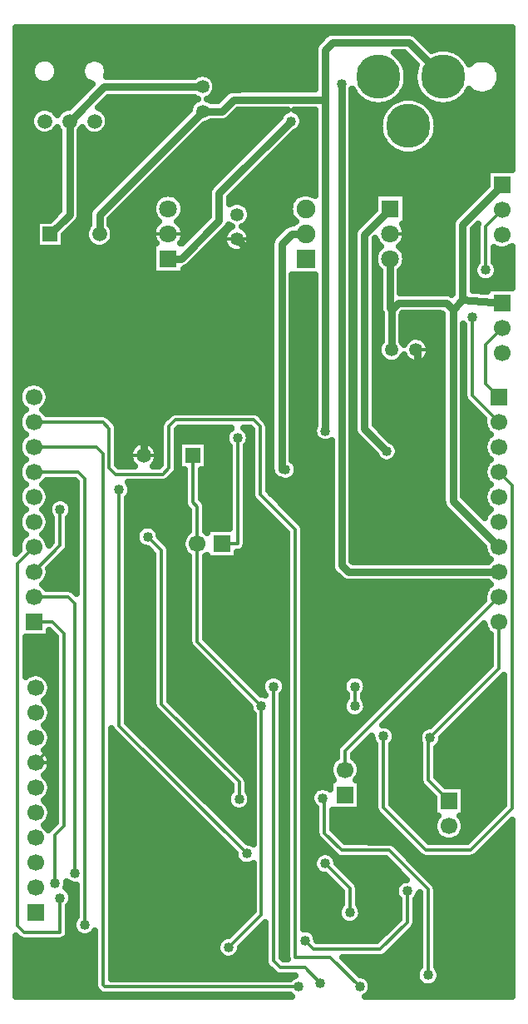
<source format=gbr>
G04 DipTrace 3.0.0.2*
G04 Bottom.gbr*
%MOMM*%
G04 #@! TF.FileFunction,Copper,L2,Bot*
G04 #@! TF.Part,Single*
G04 #@! TA.AperFunction,CopperBalancing*
%ADD14C,0.33*%
G04 #@! TA.AperFunction,Conductor*
%ADD15C,0.75*%
G04 #@! TA.AperFunction,CopperBalancing*
%ADD16C,0.635*%
G04 #@! TA.AperFunction,ComponentPad*
%ADD19R,1.7X1.7*%
%ADD20C,1.7*%
%ADD21C,4.5*%
%ADD23C,1.35*%
%ADD24R,1.8X1.8*%
%ADD25C,1.8*%
%ADD30R,1.5X1.5*%
%ADD31C,1.5*%
%ADD34C,1.5*%
%ADD35R,1.9X1.9*%
%ADD36C,1.9*%
G04 #@! TA.AperFunction,ViaPad*
%ADD37C,1.016*%
%FSLAX35Y35*%
G04*
G71*
G90*
G75*
G01*
G04 Bottom*
%LPD*%
X3723400Y4250000D2*
D14*
Y1458220D1*
X3789400Y1392220D1*
X4042677D1*
X4200000Y1234897D1*
X6018000Y5669000D2*
D15*
X5548600Y6138400D1*
Y8083990D1*
X5647237Y8182627D1*
Y8947237D1*
X6050000Y9350000D1*
X4925000Y7675000D2*
Y8083990D1*
X4909593Y8099397D1*
Y8599980D1*
X6050000Y8150000D2*
X5647237Y8182627D1*
X4925000Y8083990D2*
X4991000Y8149990D1*
X5482600D1*
X5548600Y8083990D1*
X4042820Y1667587D2*
D14*
X4131177Y1579230D1*
X4810467D1*
X5084453Y1853217D1*
Y2168697D1*
X4909593Y9107980D2*
D15*
X4648080Y8846467D1*
Y6870073D1*
X4874747Y6643407D1*
X4054820Y4250000D2*
D14*
Y2168870D1*
X4268513Y1955177D1*
X4250000D1*
Y1730217D1*
X3350000Y8452510D2*
D15*
X2400000Y7502510D1*
Y6600000D1*
X1474347Y4631863D2*
D14*
Y3648347D1*
X1300000Y3474000D1*
X5175000Y7675000D2*
D15*
X5186363D1*
Y7242260D1*
X5042000Y7097897D1*
Y6100000D1*
X3350000Y8800000D2*
X3608430Y8541570D1*
Y8304720D1*
X4250000Y1730217D2*
D14*
Y1950000D1*
X4300000D1*
X5205969Y4080084D2*
X5433790Y4307904D1*
X5626561D1*
X5450000Y10450000D2*
D15*
X5100000Y10800000D1*
X4323560D1*
X4248060Y10724500D1*
Y10217000D1*
X3317000D1*
X3200000Y10100000D1*
X3000000D1*
X4248060Y10217000D2*
X4250000Y6850000D1*
X3000000Y10100000D2*
X1950000Y9050000D1*
Y8850000D1*
X3000000Y10350000D2*
X1996000D1*
X1646000Y10000000D1*
X4418800Y10380000D2*
Y5481000D1*
X4484800Y5415000D1*
X6018000D1*
X1646000Y10000000D2*
Y9046000D1*
X1450000Y8850000D1*
X1801400Y1825130D2*
D14*
Y6365000D1*
X1735400Y6431000D1*
X1282000D1*
X3978507Y1195513D2*
X2005927D1*
X1984970Y1216470D1*
Y6619000D1*
X1918970Y6685000D1*
X1282000D1*
X4600000Y1200000D2*
X4303163Y1496837D1*
X3945290D1*
Y5846270D1*
X3584890Y6206670D1*
Y6895300D1*
X3518890Y6961300D1*
X2725420D1*
X2659417Y6895297D1*
Y6475500D1*
X2593417Y6409500D1*
X2116970D1*
X2050970Y6475500D1*
Y6873000D1*
X1984970Y6939000D1*
X1282000D1*
X3450000Y2550000D2*
X2150000Y3850000D1*
Y6250000D1*
X4250000Y2450000D2*
X4500000Y2200000D1*
Y1950000D1*
X1700000Y2350000D2*
Y5096100D1*
X1635100Y5161000D1*
X1282000D1*
X1500000Y2250000D2*
Y2738340D1*
X1590443Y2828783D1*
Y4785357D1*
X1468800Y4907000D1*
X1282000D1*
X1550000Y6050000D2*
Y5683000D1*
X1282000Y5415000D1*
X2441563Y5773297D2*
X2582927Y5631933D1*
Y4070880D1*
X3373610Y3280197D1*
Y3103170D1*
X4224583Y3114310D2*
X4241163Y3097730D1*
Y2760840D1*
X4417870Y2584133D1*
X4898513D1*
X5296187Y2186460D1*
Y1314893D1*
X1550000Y2100000D2*
Y1749500D1*
X1182170D1*
X1116170Y1815500D1*
Y5503170D1*
X1282000Y5669000D1*
X3357190Y6779070D2*
Y5700000D1*
X3200000D1*
X3845000Y6456200D2*
D15*
X3806407D1*
Y8749407D1*
X3911000Y8854000D1*
X4050000D1*
X2900000Y6600000D2*
D14*
Y6123833D1*
X2946000Y6077833D1*
Y5700000D1*
X4550300Y4250000D2*
Y4050000D1*
X4550000D1*
X3600000D2*
Y1930680D1*
X3264500Y1595180D1*
X2946000Y5700000D2*
Y4704000D1*
X3600000Y4050000D1*
X5509700Y3085343D2*
X5300000Y3295043D1*
Y3730510D1*
X5319200D1*
X6018000Y4429310D1*
Y4907000D1*
X4450000Y3404000D2*
Y3593000D1*
X6018000Y5161000D1*
X4844190Y3743283D2*
Y3016810D1*
X5270800Y2590200D1*
X5731200D1*
X6152500Y3011500D1*
Y6296500D1*
X6018000Y6431000D1*
X5883800Y8485100D2*
Y8929800D1*
X6050000Y9096000D1*
X5749200Y8009000D2*
Y7207800D1*
X6018000Y6939000D1*
Y7193000D2*
X5883500Y7327500D1*
Y7729500D1*
X6050000Y7896000D1*
X3900000Y10000000D2*
D15*
X3167000Y9267000D1*
Y8985530D1*
X2781470Y8600000D1*
X2650000D1*
D37*
X4500000Y1950000D3*
X2150000Y6250000D3*
X4250000Y2450000D3*
X3450000Y2550000D3*
X4042820Y1667587D3*
X5084453Y2168697D3*
X2441563Y5773297D3*
X3373610Y3103170D3*
X4224583Y3114310D3*
X5296187Y1314893D3*
X5205969Y4080084D3*
X5626561Y4307904D3*
X4300000Y1950000D3*
X1474347Y4631863D3*
X5042000Y6100000D3*
X3608430Y8304720D3*
X4054820Y4250000D3*
X3350000Y8452510D3*
X4250000Y1730217D3*
X4418800Y10380000D3*
X4874747Y6643407D3*
X1801400Y1825130D3*
X3978507Y1195513D3*
X4600000Y1200000D3*
X1700000Y2350000D3*
X1500000Y2250000D3*
X1550000Y6050000D3*
Y2100000D3*
X4200000Y1234897D3*
X3723400Y4250000D3*
X3357190Y6779070D3*
X3845000Y6456200D3*
X3264500Y1595180D3*
X4550000Y4050000D3*
X3600000D3*
X4550300Y4250000D3*
X4250000Y6850000D3*
X3900000Y10000000D3*
X5319200Y3730510D3*
X4844190Y3743283D3*
X5883800Y8485100D3*
X5749200Y8009000D3*
X5679906Y1986355D3*
X2481230Y2776616D3*
X2387151Y5100360D3*
X3393793Y5354373D3*
X5762548Y6589083D3*
X1473469Y1364219D3*
X6085496Y8470273D3*
X1668575Y5425669D3*
X2141968Y3564056D3*
X1104100Y10889083D2*
D16*
X4262121D1*
X5161465D2*
X6145913D1*
X1104100Y10825917D2*
X4195024D1*
X5228561D2*
X6145913D1*
X1104100Y10762750D2*
X4144175D1*
X5291689D2*
X6145913D1*
X1104100Y10699583D2*
X4136981D1*
X5608445D2*
X6145913D1*
X1104100Y10636417D2*
X1354764D1*
X1429227D2*
X1862764D1*
X1937227D2*
X4136981D1*
X5021442D2*
X5109077D1*
X5681495D2*
X6145913D1*
X1104100Y10573250D2*
X1270800D1*
X1513191D2*
X1778800D1*
X2021191D2*
X4136981D1*
X5061378D2*
X5172205D1*
X5985600D2*
X6145913D1*
X1104100Y10510083D2*
X1253561D1*
X1530431D2*
X1761561D1*
X2038431D2*
X4136981D1*
X5082338D2*
X5157570D1*
X6023428D2*
X6145913D1*
X1104100Y10446917D2*
X1268567D1*
X1515424D2*
X1776567D1*
X3100071D2*
X4136981D1*
X5088663D2*
X5151369D1*
X6033597D2*
X6145913D1*
X1104100Y10383750D2*
X1340873D1*
X1443118D2*
X1848873D1*
X3136906D2*
X4136981D1*
X5080973D2*
X5158935D1*
X6021195D2*
X6145913D1*
X1104100Y10320583D2*
X1812038D1*
X3137898D2*
X3294986D1*
X5058401D2*
X5181631D1*
X5979771D2*
X6145913D1*
X1104100Y10257417D2*
X1748910D1*
X3104288D2*
X3202961D1*
X4529937D2*
X4563746D1*
X5016233D2*
X5223799D1*
X5676286D2*
X6145913D1*
X1104100Y10194250D2*
X1685782D1*
X1994774D2*
X2897243D1*
X4529937D2*
X4642129D1*
X5261924D2*
X5302182D1*
X5597903D2*
X6145913D1*
X1104100Y10131083D2*
X1330331D1*
X1453660D2*
X1584331D1*
X1961660D2*
X2862517D1*
X4529937D2*
X4859170D1*
X5330757D2*
X6145913D1*
X1104100Y10067917D2*
X1260630D1*
X2031361D2*
X2813403D1*
X3322445D2*
X3797033D1*
X4002962D2*
X4136981D1*
X4529937D2*
X4821219D1*
X5368832D2*
X6145913D1*
X1104100Y10004750D2*
X1243391D1*
X2048600D2*
X2750275D1*
X3250015D2*
X3750276D1*
X4024294D2*
X4137106D1*
X4529937D2*
X4801499D1*
X5388428D2*
X6145913D1*
X1104100Y9941583D2*
X1255917D1*
X2036074D2*
X2687023D1*
X2996139D2*
X3687024D1*
X4009039D2*
X4137106D1*
X4529937D2*
X4796538D1*
X5393513D2*
X6145913D1*
X1104100Y9878417D2*
X1311728D1*
X1472264D2*
X1534846D1*
X1757145D2*
X1819728D1*
X1980264D2*
X2623896D1*
X2932888D2*
X3623897D1*
X3932889D2*
X4137106D1*
X4529937D2*
X4805220D1*
X5384707D2*
X6145913D1*
X1104100Y9815250D2*
X1534846D1*
X1757145D2*
X2560768D1*
X2869760D2*
X3560769D1*
X3869761D2*
X4137230D1*
X4529937D2*
X4829280D1*
X5360770D2*
X6145913D1*
X1104100Y9752083D2*
X1534846D1*
X1757145D2*
X2497640D1*
X2806632D2*
X3497641D1*
X3806633D2*
X4137230D1*
X4529937D2*
X4873557D1*
X5316494D2*
X6145913D1*
X1104100Y9688917D2*
X1534846D1*
X1757145D2*
X2434388D1*
X2743380D2*
X3434389D1*
X3743381D2*
X4137230D1*
X4529937D2*
X4957272D1*
X5232778D2*
X6145913D1*
X1104100Y9625750D2*
X1534846D1*
X1757145D2*
X2371260D1*
X2680252D2*
X3371261D1*
X3680253D2*
X4137354D1*
X4529937D2*
X6145913D1*
X1104100Y9562583D2*
X1534846D1*
X1757145D2*
X2308132D1*
X2617124D2*
X3308133D1*
X3617125D2*
X4137354D1*
X4529937D2*
X6145913D1*
X1104100Y9499417D2*
X1534846D1*
X1757145D2*
X2244880D1*
X2553872D2*
X3244881D1*
X3553873D2*
X4137354D1*
X4529937D2*
X5891417D1*
X1104100Y9436250D2*
X1534846D1*
X1757145D2*
X2181752D1*
X2490744D2*
X3181753D1*
X3490745D2*
X4137354D1*
X4529937D2*
X5891417D1*
X1104100Y9373083D2*
X1534846D1*
X1757145D2*
X2118624D1*
X2427616D2*
X3118625D1*
X3427617D2*
X4137478D1*
X4529937D2*
X5891417D1*
X1104100Y9309917D2*
X1534846D1*
X1757145D2*
X2055372D1*
X2364364D2*
X3065047D1*
X3364365D2*
X4137478D1*
X4529937D2*
X5855450D1*
X1104100Y9246750D2*
X1534846D1*
X1757145D2*
X1992244D1*
X2301236D2*
X2569573D1*
X2730481D2*
X3055869D1*
X3301237D2*
X3959504D1*
X4529937D2*
X4745937D1*
X5073284D2*
X5792198D1*
X1104100Y9183583D2*
X1534846D1*
X1757145D2*
X1929116D1*
X2238108D2*
X2505701D1*
X2794229D2*
X3055869D1*
X3278169D2*
X3325620D1*
X3374424D2*
X3900097D1*
X4529937D2*
X4745937D1*
X5073284D2*
X5729070D1*
X1104100Y9120417D2*
X1534846D1*
X1757145D2*
X1866112D1*
X2174856D2*
X2486850D1*
X2813205D2*
X3055869D1*
X3471273D2*
X3881865D1*
X4529937D2*
X4745937D1*
X5073284D2*
X5665942D1*
X1104100Y9057250D2*
X1502724D1*
X1757145D2*
X1839199D1*
X2111728D2*
X2494787D1*
X2805267D2*
X3055869D1*
X3490993D2*
X3889555D1*
X4529937D2*
X4704389D1*
X5073284D2*
X5602690D1*
X1104100Y8994083D2*
X1439596D1*
X1743379D2*
X1838951D1*
X2061127D2*
X2535219D1*
X2764836D2*
X3021019D1*
X3478963D2*
X3928002D1*
X4529937D2*
X4641137D1*
X5073284D2*
X5547128D1*
X1104100Y8930917D2*
X1301310D1*
X1685460D2*
X1826549D1*
X2073405D2*
X2506445D1*
X2793609D2*
X2957891D1*
X3419556D2*
X3833496D1*
X4529937D2*
X4578009D1*
X5053192D2*
X5536090D1*
X1104100Y8867750D2*
X1301310D1*
X1622208D2*
X1802488D1*
X2097590D2*
X2486974D1*
X2813081D2*
X2894763D1*
X3472886D2*
X3770244D1*
X5072664D2*
X5536090D1*
X5758389D2*
X5793687D1*
X1104100Y8804583D2*
X1301310D1*
X1598643D2*
X1808814D1*
X2091140D2*
X2494291D1*
X3140503D2*
X3208914D1*
X3491117D2*
X3710961D1*
X5065222D2*
X5536090D1*
X5758389D2*
X5793687D1*
X1104100Y8741417D2*
X1301310D1*
X1598643D2*
X1851726D1*
X2048352D2*
X2486354D1*
X3077375D2*
X3222309D1*
X3477722D2*
X3695334D1*
X4759133D2*
X4793437D1*
X5025783D2*
X5536090D1*
X5758389D2*
X5793687D1*
X1104100Y8678250D2*
X2486354D1*
X3014247D2*
X3285809D1*
X3414222D2*
X3695334D1*
X5052324D2*
X5536090D1*
X5758389D2*
X5793687D1*
X5973942D2*
X6145913D1*
X1104100Y8615083D2*
X2486354D1*
X2950995D2*
X3695334D1*
X5072540D2*
X5536090D1*
X5758389D2*
X5793687D1*
X5973942D2*
X6145913D1*
X1104100Y8551917D2*
X2486354D1*
X2887867D2*
X3695334D1*
X5065719D2*
X5536090D1*
X5987461D2*
X6145913D1*
X1104100Y8488750D2*
X2486354D1*
X2813701D2*
X3695334D1*
X4759133D2*
X4792037D1*
X5027147D2*
X5536090D1*
X6008173D2*
X6145913D1*
X1104100Y8425583D2*
X3695334D1*
X3917510D2*
X4137974D1*
X4759133D2*
X4798569D1*
X5020698D2*
X5536090D1*
X5992174D2*
X6145913D1*
X1104100Y8362417D2*
X3695334D1*
X3917510D2*
X4137974D1*
X4759133D2*
X4798569D1*
X5020698D2*
X5536090D1*
X5758389D2*
X6145913D1*
X1104100Y8299250D2*
X3695334D1*
X3917510D2*
X4138098D1*
X4759133D2*
X4798569D1*
X5020698D2*
X5536090D1*
X5758389D2*
X5891417D1*
X1104100Y8236083D2*
X3695334D1*
X3917510D2*
X4138098D1*
X4759133D2*
X4798569D1*
X1104100Y8172917D2*
X3695334D1*
X3917510D2*
X4138098D1*
X4759133D2*
X4798569D1*
X1104100Y8109750D2*
X3695334D1*
X3917510D2*
X4138222D1*
X4759133D2*
X4798569D1*
X1104100Y8046583D2*
X3695334D1*
X3917510D2*
X4138222D1*
X4759133D2*
X4812785D1*
X1104100Y7983417D2*
X3695334D1*
X3917510D2*
X4138222D1*
X4759133D2*
X4813901D1*
X5036077D2*
X5437491D1*
X1104100Y7920250D2*
X3695334D1*
X3917510D2*
X4138222D1*
X4759133D2*
X4813901D1*
X5036077D2*
X5437491D1*
X1104100Y7857083D2*
X3695334D1*
X3917510D2*
X4138346D1*
X4759133D2*
X4813901D1*
X5036077D2*
X5437491D1*
X1104100Y7793917D2*
X3695334D1*
X3917510D2*
X4138346D1*
X4759133D2*
X4813901D1*
X5036077D2*
X5105232D1*
X5244808D2*
X5437491D1*
X1104100Y7730750D2*
X3695334D1*
X3917510D2*
X4138346D1*
X4759133D2*
X4796003D1*
X5304092D2*
X5437491D1*
X1104100Y7667583D2*
X3695334D1*
X3917510D2*
X4138470D1*
X5315874D2*
X5437491D1*
X1104100Y7604417D2*
X3695334D1*
X3917510D2*
X4138470D1*
X4759133D2*
X4803934D1*
X5296154D2*
X5437491D1*
X1104100Y7541250D2*
X3695334D1*
X3917510D2*
X4138470D1*
X4759133D2*
X4901958D1*
X4947973D2*
X5151989D1*
X5197996D2*
X5437491D1*
X1104100Y7478083D2*
X3695334D1*
X3917510D2*
X4138470D1*
X4759133D2*
X5437491D1*
X1104100Y7414917D2*
X3695334D1*
X3917510D2*
X4138594D1*
X4759133D2*
X5437491D1*
X1104100Y7351750D2*
X3695334D1*
X3917510D2*
X4138594D1*
X4759133D2*
X5437491D1*
X1104100Y7288583D2*
X1157070D1*
X1406903D2*
X3695334D1*
X3917510D2*
X4138594D1*
X4759133D2*
X5437491D1*
X1437165Y7225417D2*
X3695334D1*
X3917510D2*
X4138718D1*
X4759133D2*
X5437491D1*
X1437537Y7162250D2*
X3695334D1*
X3917510D2*
X4138718D1*
X4759133D2*
X5437491D1*
X1104100Y7099083D2*
X1155706D1*
X1408267D2*
X3695334D1*
X3917510D2*
X4138718D1*
X4759133D2*
X5437491D1*
X5659667D2*
X5733163D1*
X1104100Y7035917D2*
X1158187D1*
X1405787D2*
X2681070D1*
X3563299D2*
X3695334D1*
X3917510D2*
X4138842D1*
X4759133D2*
X5437491D1*
X5659667D2*
X5796291D1*
X2076010Y6972750D2*
X2612113D1*
X3632256D2*
X3695334D1*
X3917510D2*
X4138842D1*
X4759133D2*
X5437491D1*
X5659667D2*
X5859419D1*
X2132688Y6909583D2*
X2570565D1*
X3917510D2*
X4138842D1*
X4763101D2*
X5437491D1*
X5659667D2*
X5862272D1*
X1104100Y6846417D2*
X1154714D1*
X2141122D2*
X2569325D1*
X2749581D2*
X3253811D1*
X3460483D2*
X3494780D1*
X3917510D2*
X4125571D1*
X4826229D2*
X5437491D1*
X5659667D2*
X5890673D1*
X1104100Y6783250D2*
X1159303D1*
X2141122D2*
X2569325D1*
X2749581D2*
X3232851D1*
X3917510D2*
X4146283D1*
X4529937D2*
X4580365D1*
X4889357D2*
X5437491D1*
X5659667D2*
X5895262D1*
X2141122Y6720083D2*
X2317310D1*
X2482682D2*
X2569325D1*
X3048601D2*
X3248478D1*
X3917510D2*
X4307638D1*
X4529937D2*
X4643617D1*
X4970965D2*
X5437491D1*
X5659667D2*
X5863512D1*
X2141122Y6656917D2*
X2263235D1*
X2536757D2*
X2569334D1*
X3048601D2*
X3267081D1*
X3447337D2*
X3494788D1*
X3917510D2*
X4307638D1*
X4529937D2*
X4706745D1*
X4998374D2*
X5437491D1*
X5659667D2*
X5862023D1*
X1104100Y6593750D2*
X1153722D1*
X2141122D2*
X2251453D1*
X3048601D2*
X3267081D1*
X3447337D2*
X3494788D1*
X3917510D2*
X4307638D1*
X4529937D2*
X4761315D1*
X4988204D2*
X5437491D1*
X5659667D2*
X5889681D1*
X1104100Y6530583D2*
X1160419D1*
X2141122D2*
X2269437D1*
X2530556D2*
X2569325D1*
X3048601D2*
X3267081D1*
X3447337D2*
X3494788D1*
X3943058D2*
X4307638D1*
X4529937D2*
X4833497D1*
X4916022D2*
X5437491D1*
X5659667D2*
X5896378D1*
X3048601Y6467417D2*
X3267081D1*
X3447337D2*
X3494788D1*
X3968855D2*
X4307638D1*
X4529937D2*
X5437491D1*
X5659667D2*
X5863760D1*
X2712994Y6404250D2*
X2809931D1*
X2990062D2*
X3267081D1*
X3447337D2*
X3494788D1*
X3675044D2*
X3709101D1*
X3957445D2*
X4307638D1*
X4529937D2*
X5437491D1*
X5659667D2*
X5861775D1*
X1104100Y6341083D2*
X1152730D1*
X1411244D2*
X1700541D1*
X2648130D2*
X2809931D1*
X2990062D2*
X3267081D1*
X3447337D2*
X3494788D1*
X3675044D2*
X3812288D1*
X3877698D2*
X4307638D1*
X4529937D2*
X5437491D1*
X5659667D2*
X5888689D1*
X1104100Y6277917D2*
X1161659D1*
X1402438D2*
X1711331D1*
X2271098D2*
X2809931D1*
X2990062D2*
X3267081D1*
X3447337D2*
X3494788D1*
X3675044D2*
X4307638D1*
X4529937D2*
X5437491D1*
X5659667D2*
X5897618D1*
X1435925Y6214750D2*
X1711331D1*
X2269114D2*
X2809931D1*
X2990062D2*
X3267081D1*
X3447337D2*
X3494788D1*
X3701585D2*
X4307638D1*
X4529937D2*
X5437491D1*
X5659667D2*
X5864132D1*
X1438529Y6151583D2*
X1483376D1*
X1616627D2*
X1711331D1*
X2240093D2*
X2809931D1*
X2997008D2*
X3267081D1*
X3447337D2*
X3515500D1*
X3764837D2*
X4307638D1*
X4529937D2*
X5437491D1*
X5689929D2*
X5861527D1*
X1104100Y6088417D2*
X1151737D1*
X1667972D2*
X1711331D1*
X2240093D2*
X2817744D1*
X3035455D2*
X3267081D1*
X3447337D2*
X3578380D1*
X3827965D2*
X4307638D1*
X4529937D2*
X5450142D1*
X5753056D2*
X5887820D1*
X1104100Y6025250D2*
X1162775D1*
X1671817D2*
X1711331D1*
X2240093D2*
X2855943D1*
X3036075D2*
X3267081D1*
X3447337D2*
X3641508D1*
X3891093D2*
X4307638D1*
X4529937D2*
X5507192D1*
X5816308D2*
X5898734D1*
X1640067Y5962083D2*
X1711331D1*
X2240093D2*
X2855943D1*
X3036075D2*
X3267081D1*
X3447337D2*
X3704636D1*
X3954221D2*
X4307638D1*
X4529937D2*
X5570444D1*
X1640067Y5898917D2*
X1711331D1*
X2240093D2*
X2855943D1*
X3036075D2*
X3267081D1*
X3447337D2*
X3767888D1*
X4016728D2*
X4307638D1*
X4529937D2*
X5633572D1*
X1104100Y5835750D2*
X1150869D1*
X1413228D2*
X1459936D1*
X1640067D2*
X1711331D1*
X2240093D2*
X2335045D1*
X2548167D2*
X2855943D1*
X3447337D2*
X3831016D1*
X4035456D2*
X4307638D1*
X4529937D2*
X5696700D1*
X1104100Y5772583D2*
X1164016D1*
X1399958D2*
X1459936D1*
X1640067D2*
X1711331D1*
X2240093D2*
X2317186D1*
X2567018D2*
X2805714D1*
X3447337D2*
X3855200D1*
X4035456D2*
X4307638D1*
X4529937D2*
X5759952D1*
X1640067Y5709417D2*
X1711331D1*
X2240093D2*
X2335913D1*
X2630270D2*
X2787606D1*
X3447337D2*
X3855200D1*
X4035456D2*
X4307638D1*
X4529937D2*
X5823080D1*
X1631634Y5646250D2*
X1711331D1*
X2240093D2*
X2443814D1*
X2671818D2*
X2797156D1*
X3427741D2*
X3855200D1*
X4035456D2*
X4307638D1*
X4529937D2*
X5861031D1*
X1574831Y5583083D2*
X1711331D1*
X2240093D2*
X2492803D1*
X2673058D2*
X2842053D1*
X3358660D2*
X3855200D1*
X4035456D2*
X4307638D1*
X4529937D2*
X5885960D1*
X1511703Y5519917D2*
X1711331D1*
X2240093D2*
X2492803D1*
X2673058D2*
X2855943D1*
X3036075D2*
X3855200D1*
X4035456D2*
X4307638D1*
X4534402D2*
X5901215D1*
X1448575Y5456750D2*
X1711331D1*
X2240093D2*
X2492803D1*
X2673058D2*
X2855943D1*
X3036075D2*
X3855200D1*
X4035456D2*
X4310490D1*
X1439149Y5393583D2*
X1711331D1*
X2240093D2*
X2492803D1*
X2673058D2*
X2855943D1*
X3036075D2*
X3855200D1*
X4035456D2*
X4351666D1*
X1414965Y5330417D2*
X1711331D1*
X2240093D2*
X2492803D1*
X2673058D2*
X2855943D1*
X3036075D2*
X3855200D1*
X4035456D2*
X4416654D1*
X1397477Y5267250D2*
X1711331D1*
X2240093D2*
X2492803D1*
X2673058D2*
X2855943D1*
X3036075D2*
X3855200D1*
X4035456D2*
X5902579D1*
X2240093Y5204083D2*
X2492803D1*
X2673058D2*
X2855943D1*
X3036075D2*
X3855200D1*
X4035456D2*
X5865620D1*
X2240093Y5140917D2*
X2492803D1*
X2673058D2*
X2855943D1*
X3036075D2*
X3855200D1*
X4035456D2*
X5860659D1*
X2240093Y5077750D2*
X2492803D1*
X2673058D2*
X2855943D1*
X3036075D2*
X3855200D1*
X4035456D2*
X5809934D1*
X2240093Y5014583D2*
X2492803D1*
X2673058D2*
X2855943D1*
X3036075D2*
X3855200D1*
X4035456D2*
X5746806D1*
X2240093Y4951417D2*
X2492803D1*
X2673058D2*
X2855943D1*
X3036075D2*
X3855200D1*
X4035456D2*
X5683678D1*
X2240093Y4888250D2*
X2492803D1*
X2673058D2*
X2855943D1*
X3036075D2*
X3855200D1*
X4035456D2*
X5620426D1*
X2240093Y4825083D2*
X2492803D1*
X2673058D2*
X2855943D1*
X3036075D2*
X3855200D1*
X4035456D2*
X5557298D1*
X5806883D2*
X5883231D1*
X1440638Y4761917D2*
X1489081D1*
X2240093D2*
X2492803D1*
X2673058D2*
X2855943D1*
X3036075D2*
X3855200D1*
X4035456D2*
X5494170D1*
X5743755D2*
X5927880D1*
X1206233Y4698750D2*
X1500367D1*
X2240093D2*
X2492803D1*
X2673058D2*
X2856067D1*
X3076011D2*
X3855200D1*
X4035456D2*
X5430918D1*
X5680503D2*
X5927880D1*
X1206233Y4635583D2*
X1500367D1*
X2240093D2*
X2492803D1*
X2673058D2*
X2889678D1*
X3139263D2*
X3855200D1*
X4035456D2*
X5367790D1*
X5617375D2*
X5927880D1*
X1206233Y4572417D2*
X1500367D1*
X2240093D2*
X2492803D1*
X2673058D2*
X2952806D1*
X3202390D2*
X3855200D1*
X4035456D2*
X5304662D1*
X5554247D2*
X5927880D1*
X1206233Y4509250D2*
X1500367D1*
X2240093D2*
X2492803D1*
X2673058D2*
X3015934D1*
X3265518D2*
X3855200D1*
X4035456D2*
X5241410D1*
X5490995D2*
X5927880D1*
X1206233Y4446083D2*
X1500367D1*
X2240093D2*
X2492803D1*
X2673058D2*
X3079062D1*
X3328770D2*
X3855200D1*
X4035456D2*
X5178282D1*
X5427867D2*
X5910021D1*
X1206233Y4382917D2*
X1253561D1*
X1346504D2*
X1500367D1*
X2240093D2*
X2492803D1*
X2673058D2*
X3142314D1*
X3391898D2*
X3855200D1*
X4035456D2*
X5115154D1*
X5364739D2*
X5846769D1*
X1433568Y4319750D2*
X1500367D1*
X2240093D2*
X2492803D1*
X2673058D2*
X3205441D1*
X3455026D2*
X3621788D1*
X4035456D2*
X4448652D1*
X4651976D2*
X5051902D1*
X5301611D2*
X5783641D1*
X1457257Y4256583D2*
X1500309D1*
X2240093D2*
X2492803D1*
X2673058D2*
X3268569D1*
X3518278D2*
X3599092D1*
X4035456D2*
X4426080D1*
X4674549D2*
X4988774D1*
X5238359D2*
X5720513D1*
X5970097D2*
X6062445D1*
X1452544Y4193417D2*
X1500367D1*
X2240093D2*
X2492803D1*
X2673058D2*
X3331821D1*
X3581406D2*
X3613400D1*
X4035456D2*
X4440343D1*
X4660286D2*
X4925647D1*
X5175231D2*
X5657261D1*
X5906846D2*
X6062445D1*
X1415957Y4130250D2*
X1500367D1*
X2240093D2*
X2492803D1*
X2673058D2*
X3394949D1*
X3813454D2*
X3855200D1*
X4035456D2*
X4456962D1*
X4642923D2*
X4862395D1*
X5112103D2*
X5594133D1*
X5843718D2*
X6062445D1*
X1432700Y4067083D2*
X1500367D1*
X2240093D2*
X2492927D1*
X2711506D2*
X3458077D1*
X3813454D2*
X3855200D1*
X4035456D2*
X4426824D1*
X4673184D2*
X4799267D1*
X5048851D2*
X5531005D1*
X5780590D2*
X6062445D1*
X1457009Y4003917D2*
X1500293D1*
X2240093D2*
X2525049D1*
X2774634D2*
X3484866D1*
X3813454D2*
X3855200D1*
X4035456D2*
X4434886D1*
X4665123D2*
X4736139D1*
X4985723D2*
X5467753D1*
X5717462D2*
X6062445D1*
X1452916Y3940750D2*
X1500367D1*
X2240093D2*
X2588301D1*
X2837886D2*
X3509919D1*
X3813454D2*
X3855200D1*
X4035456D2*
X4498882D1*
X4601127D2*
X4673011D1*
X4922596D2*
X5404625D1*
X5654210D2*
X6062445D1*
X1417197Y3877583D2*
X1500367D1*
X2247162D2*
X2651429D1*
X2901014D2*
X3509919D1*
X3813454D2*
X3855200D1*
X4035456D2*
X4609759D1*
X4859344D2*
X5341497D1*
X5591082D2*
X6062445D1*
X1431708Y3814417D2*
X1500367D1*
X2310414D2*
X2714557D1*
X2964141D2*
X3509919D1*
X3813454D2*
X3855200D1*
X4035456D2*
X4546631D1*
X4944796D2*
X5229752D1*
X5527954D2*
X6062445D1*
X1456885Y3751250D2*
X1500285D1*
X2075017D2*
X2123957D1*
X2373542D2*
X2777809D1*
X3027393D2*
X3509919D1*
X3813454D2*
X3855200D1*
X4035456D2*
X4483503D1*
X4968360D2*
X5196638D1*
X5464702D2*
X6062445D1*
X1453288Y3688083D2*
X1500367D1*
X2075017D2*
X2187085D1*
X2436670D2*
X2840937D1*
X3090521D2*
X3509919D1*
X3813454D2*
X3855200D1*
X4035456D2*
X4420251D1*
X4669836D2*
X4733410D1*
X4954966D2*
X5202591D1*
X5435805D2*
X6062445D1*
X1418437Y3624917D2*
X1500367D1*
X2075017D2*
X2250337D1*
X2499922D2*
X2904064D1*
X3153649D2*
X3509919D1*
X3813454D2*
X3855200D1*
X4035456D2*
X4366177D1*
X4606708D2*
X4754122D1*
X4934254D2*
X5209908D1*
X5390164D2*
X6062445D1*
X1430840Y3561750D2*
X1500367D1*
X2075017D2*
X2313465D1*
X2563050D2*
X2967316D1*
X3216901D2*
X3509919D1*
X3813454D2*
X3855200D1*
X4035456D2*
X4359852D1*
X4543580D2*
X4754122D1*
X4934254D2*
X5209908D1*
X5390164D2*
X6062445D1*
X1456637Y3498583D2*
X1500269D1*
X2075017D2*
X2376593D1*
X2626178D2*
X3030444D1*
X3280029D2*
X3509919D1*
X3813454D2*
X3855200D1*
X4035456D2*
X4324257D1*
X4575702D2*
X4754122D1*
X4934254D2*
X5209908D1*
X5390164D2*
X6062445D1*
X1453660Y3435417D2*
X1500324D1*
X2075017D2*
X2439845D1*
X2689430D2*
X3093572D1*
X3343157D2*
X3509919D1*
X3813454D2*
X3855200D1*
X4035456D2*
X4294615D1*
X4605344D2*
X4754122D1*
X4934254D2*
X5209908D1*
X5390164D2*
X6062445D1*
X1419678Y3372250D2*
X1500367D1*
X2075017D2*
X2502973D1*
X2752557D2*
X3156700D1*
X3406409D2*
X3509919D1*
X3813454D2*
X3855200D1*
X4035456D2*
X4294739D1*
X4605344D2*
X4754122D1*
X4934254D2*
X5209908D1*
X5390164D2*
X6062445D1*
X1429847Y3309083D2*
X1500367D1*
X2075017D2*
X2566101D1*
X2815685D2*
X3219952D1*
X3458623D2*
X3509919D1*
X3813454D2*
X3855200D1*
X4035456D2*
X4324505D1*
X4575454D2*
X4754122D1*
X4934254D2*
X5209908D1*
X5410752D2*
X6062445D1*
X1456389Y3245917D2*
X1500253D1*
X2075017D2*
X2629229D1*
X2878937D2*
X3283080D1*
X3463708D2*
X3509919D1*
X3813454D2*
X3855200D1*
X4035456D2*
X4291391D1*
X4608692D2*
X4754122D1*
X4934254D2*
X5225783D1*
X5473880D2*
X6062445D1*
X1454032Y3182750D2*
X1500347D1*
X2075017D2*
X2692481D1*
X2942065D2*
X3279980D1*
X3467181D2*
X3509919D1*
X3813454D2*
X3855200D1*
X4035456D2*
X4121975D1*
X4608692D2*
X4754122D1*
X4934254D2*
X5287547D1*
X5668348D2*
X6062445D1*
X1420794Y3119583D2*
X1500367D1*
X2075017D2*
X2755608D1*
X3005193D2*
X3250338D1*
X3813454D2*
X3855200D1*
X4035456D2*
X4100271D1*
X4608692D2*
X4754122D1*
X4934254D2*
X5350675D1*
X5668348D2*
X6062445D1*
X1428855Y3056417D2*
X1500367D1*
X2075017D2*
X2818736D1*
X3068445D2*
X3258772D1*
X3813454D2*
X3855200D1*
X4035456D2*
X4115277D1*
X4608692D2*
X4754122D1*
X4934254D2*
X5351047D1*
X5668348D2*
X6062445D1*
X1456140Y2993250D2*
X1500237D1*
X2075017D2*
X2881988D1*
X3131573D2*
X3324132D1*
X3423152D2*
X3509919D1*
X3813454D2*
X3855200D1*
X4035456D2*
X4150996D1*
X4331252D2*
X4757471D1*
X4992545D2*
X5351047D1*
X5668348D2*
X6009487D1*
X1454404Y2930083D2*
X1500369D1*
X2075017D2*
X2945116D1*
X3194701D2*
X3509919D1*
X3813454D2*
X3855200D1*
X4035456D2*
X4150996D1*
X4331252D2*
X4806088D1*
X5055673D2*
X5387386D1*
X5632010D2*
X5946235D1*
X1422034Y2866917D2*
X1500367D1*
X2075017D2*
X3008244D1*
X3257829D2*
X3509919D1*
X3813454D2*
X3855200D1*
X4035456D2*
X4150996D1*
X4331252D2*
X4869340D1*
X5118925D2*
X5355264D1*
X5664132D2*
X5883107D1*
X2075017Y2803750D2*
X3071496D1*
X3321081D2*
X3509919D1*
X3813454D2*
X3855200D1*
X4035456D2*
X4150996D1*
X4331252D2*
X4932468D1*
X5182053D2*
X5353527D1*
X5665868D2*
X5819980D1*
X6069564D2*
X6145913D1*
X2075017Y2740583D2*
X3134624D1*
X3384209D2*
X3509919D1*
X3813454D2*
X3855200D1*
X4035456D2*
X4153601D1*
X4386194D2*
X4995596D1*
X5245181D2*
X5381061D1*
X5638335D2*
X5756728D1*
X6006436D2*
X6145913D1*
X2075017Y2677417D2*
X3197752D1*
X3447337D2*
X3509919D1*
X3813454D2*
X3855200D1*
X4035456D2*
X4199737D1*
X4449446D2*
X5058724D1*
X5308432D2*
X5693600D1*
X5943184D2*
X6145913D1*
X2075017Y2614250D2*
X3261004D1*
X3813454D2*
X3855200D1*
X4035456D2*
X4262989D1*
X4993165D2*
X5121976D1*
X5880056D2*
X6145913D1*
X2075017Y2551083D2*
X3324132D1*
X3813454D2*
X3855200D1*
X4035456D2*
X4182622D1*
X5056417D2*
X5185104D1*
X5816929D2*
X6145913D1*
X2075017Y2487917D2*
X3343231D1*
X3813454D2*
X3855200D1*
X4035456D2*
X4131772D1*
X4368211D2*
X4869960D1*
X5119545D2*
X6145913D1*
X2075017Y2424750D2*
X3509919D1*
X3813454D2*
X3855200D1*
X4035456D2*
X4128300D1*
X4400085D2*
X4933088D1*
X5182673D2*
X6145913D1*
X2075017Y2361583D2*
X3509919D1*
X3813454D2*
X3855200D1*
X4035456D2*
X4165383D1*
X4463213D2*
X4996216D1*
X5245925D2*
X6145913D1*
X2075017Y2298417D2*
X3509919D1*
X3813454D2*
X3855200D1*
X4035456D2*
X4276756D1*
X4526341D2*
X5059468D1*
X5309053D2*
X6145913D1*
X1623572Y2235250D2*
X1665814D1*
X2075017D2*
X3509919D1*
X3813454D2*
X3855200D1*
X4035456D2*
X4340008D1*
X4582275D2*
X4980589D1*
X5370568D2*
X6145913D1*
X1649865Y2172083D2*
X1711331D1*
X2075017D2*
X3509919D1*
X3813454D2*
X3855200D1*
X4035456D2*
X4403136D1*
X4590089D2*
X4960001D1*
X5386319D2*
X6145913D1*
X1674050Y2108917D2*
X1711331D1*
X2075017D2*
X3509919D1*
X3813454D2*
X3855200D1*
X4035456D2*
X4409833D1*
X4590089D2*
X4976248D1*
X5386319D2*
X6145913D1*
X1661275Y2045750D2*
X1711331D1*
X2075017D2*
X3509919D1*
X3813454D2*
X3855200D1*
X4035456D2*
X4409833D1*
X4590089D2*
X4994356D1*
X5386319D2*
X6145913D1*
X1640067Y1982583D2*
X1711331D1*
X2075017D2*
X3509919D1*
X3813454D2*
X3855200D1*
X4035456D2*
X4380191D1*
X4619854D2*
X4994356D1*
X5386319D2*
X6145913D1*
X1640067Y1919417D2*
X1711331D1*
X2075017D2*
X3463906D1*
X3813454D2*
X3855200D1*
X4035456D2*
X4379571D1*
X4620350D2*
X4994356D1*
X5386319D2*
X6145913D1*
X1640067Y1856250D2*
X1681193D1*
X2075017D2*
X3400778D1*
X3813454D2*
X3855200D1*
X4035456D2*
X4421863D1*
X4578182D2*
X4962730D1*
X5386319D2*
X6145913D1*
X1640067Y1793083D2*
X1681441D1*
X2075017D2*
X3337650D1*
X3587235D2*
X3633322D1*
X3813454D2*
X3855200D1*
X4035456D2*
X4899478D1*
X5149062D2*
X5206064D1*
X5386319D2*
X6145913D1*
X1637835Y1729917D2*
X1725222D1*
X2075017D2*
X3274398D1*
X3523983D2*
X3633322D1*
X3813454D2*
X3855200D1*
X4149433D2*
X4836350D1*
X5085934D2*
X5206064D1*
X5386319D2*
X6145913D1*
X1104100Y1666750D2*
X1162899D1*
X1569250D2*
X1894886D1*
X2075017D2*
X3164266D1*
X3460855D2*
X3633322D1*
X3813454D2*
X3855200D1*
X4168409D2*
X4773222D1*
X5022806D2*
X5206064D1*
X5386319D2*
X6145913D1*
X1104100Y1603583D2*
X1894886D1*
X2075017D2*
X3140329D1*
X3397727D2*
X3633322D1*
X3813454D2*
X3855200D1*
X4959679D2*
X5206064D1*
X5386319D2*
X6145913D1*
X1104100Y1540417D2*
X1894886D1*
X2075017D2*
X3153476D1*
X3375527D2*
X3633322D1*
X3813454D2*
X3855200D1*
X4896427D2*
X5206064D1*
X5386319D2*
X6145913D1*
X1104100Y1477250D2*
X1894886D1*
X2075017D2*
X3633322D1*
X4447586D2*
X5206064D1*
X5386319D2*
X6145913D1*
X1104100Y1414083D2*
X1894886D1*
X2075017D2*
X3645849D1*
X4510714D2*
X5206064D1*
X5386319D2*
X6145913D1*
X1104100Y1350917D2*
X1894886D1*
X2075017D2*
X3705876D1*
X4573842D2*
X5177414D1*
X5414969D2*
X6145913D1*
X1104100Y1287750D2*
X1894886D1*
X2075017D2*
X3898360D1*
X4685339D2*
X5174934D1*
X5417449D2*
X6145913D1*
X1104100Y1224583D2*
X1894886D1*
X4721802D2*
X5213753D1*
X5378630D2*
X6145913D1*
X1104100Y1161417D2*
X1915474D1*
X4717957D2*
X6145913D1*
X1104100Y1098250D2*
X3905182D1*
X4666239D2*
X6145913D1*
X1383960Y2838916D2*
X1398904Y2827802D1*
X1415802Y2810904D1*
X1429849Y2791571D1*
X1432212Y2787591D1*
X1440752Y2797588D1*
X1506613Y2863450D1*
X1506653Y4750775D1*
X1434289Y4823014D1*
X1434290Y4754710D1*
X1200010D1*
X1199960Y4350868D1*
X1220429Y4365849D1*
X1241721Y4376698D1*
X1264449Y4384082D1*
X1288051Y4387821D1*
X1311949D1*
X1335551Y4384082D1*
X1358279Y4376698D1*
X1379571Y4365849D1*
X1398904Y4351802D1*
X1415802Y4334904D1*
X1429849Y4315571D1*
X1440698Y4294279D1*
X1448082Y4271551D1*
X1451821Y4247949D1*
Y4224051D1*
X1448082Y4200449D1*
X1440698Y4177721D1*
X1429849Y4156429D1*
X1415802Y4137096D1*
X1398904Y4120198D1*
X1383960Y4109084D1*
X1398904Y4097802D1*
X1415802Y4080904D1*
X1429849Y4061571D1*
X1440698Y4040279D1*
X1448082Y4017551D1*
X1451821Y3993949D1*
Y3970051D1*
X1448082Y3946449D1*
X1440698Y3923721D1*
X1429849Y3902429D1*
X1415802Y3883096D1*
X1398904Y3866198D1*
X1383960Y3855084D1*
X1398904Y3843802D1*
X1415802Y3826904D1*
X1429849Y3807571D1*
X1440698Y3786279D1*
X1448082Y3763551D1*
X1451821Y3739949D1*
Y3716051D1*
X1448082Y3692449D1*
X1440698Y3669721D1*
X1429849Y3648429D1*
X1415802Y3629096D1*
X1398904Y3612198D1*
X1383960Y3601084D1*
X1403794Y3585441D1*
X1416887Y3571620D1*
X1428153Y3556274D1*
X1437417Y3539642D1*
X1444533Y3521985D1*
X1449390Y3503577D1*
X1451913Y3484707D1*
X1451761Y3461315D1*
X1448992Y3442480D1*
X1443895Y3424137D1*
X1436550Y3406573D1*
X1427071Y3390064D1*
X1415606Y3374866D1*
X1402334Y3361217D1*
X1384023Y3347023D1*
X1398904Y3335802D1*
X1415802Y3318904D1*
X1429849Y3299571D1*
X1440698Y3278279D1*
X1448082Y3255551D1*
X1451821Y3231949D1*
Y3208051D1*
X1448082Y3184449D1*
X1440698Y3161721D1*
X1429849Y3140429D1*
X1415802Y3121096D1*
X1398904Y3104198D1*
X1383960Y3093084D1*
X1398904Y3081802D1*
X1415802Y3064904D1*
X1429849Y3045571D1*
X1440698Y3024279D1*
X1448082Y3001551D1*
X1451821Y2977949D1*
Y2954051D1*
X1448082Y2930449D1*
X1440698Y2907721D1*
X1429849Y2886429D1*
X1415802Y2867096D1*
X1398904Y2850198D1*
X1383960Y2839084D1*
X1433821Y5403051D2*
X1430082Y5379449D1*
X1422698Y5356721D1*
X1411849Y5335429D1*
X1397802Y5316096D1*
X1380904Y5299198D1*
X1365960Y5287916D1*
X1380904Y5276802D1*
X1397802Y5259904D1*
X1409072Y5244727D1*
X1641674Y5244532D1*
X1660993Y5240689D1*
X1678880Y5232443D1*
X1694349Y5220249D1*
X1694924Y5219626D1*
X1717589Y5197009D1*
X1717610Y6330281D1*
X1700797Y6347210D1*
X1409072Y6347273D1*
X1397802Y6332096D1*
X1380904Y6315198D1*
X1365960Y6303916D1*
X1380904Y6292802D1*
X1397802Y6275904D1*
X1411849Y6256571D1*
X1422698Y6235279D1*
X1430082Y6212551D1*
X1433821Y6188949D1*
Y6165051D1*
X1430082Y6141449D1*
X1422698Y6118721D1*
X1411849Y6097429D1*
X1397802Y6078096D1*
X1380904Y6061198D1*
X1365960Y6049916D1*
X1380904Y6038802D1*
X1397802Y6021904D1*
X1411849Y6002571D1*
X1422698Y5981279D1*
X1430082Y5958551D1*
X1433821Y5934949D1*
Y5911051D1*
X1430082Y5887449D1*
X1422698Y5864721D1*
X1411849Y5843429D1*
X1397802Y5824096D1*
X1380904Y5807198D1*
X1365960Y5795916D1*
X1380904Y5784802D1*
X1397802Y5767904D1*
X1411849Y5748571D1*
X1422698Y5727279D1*
X1430082Y5704551D1*
X1433365Y5684799D1*
X1466288Y5717785D1*
X1466210Y5966890D1*
X1454463Y5980588D1*
X1444781Y5996388D1*
X1437690Y6013508D1*
X1433364Y6031527D1*
X1431910Y6050000D1*
X1433364Y6068473D1*
X1437690Y6086492D1*
X1444781Y6103612D1*
X1454463Y6119412D1*
X1466498Y6133502D1*
X1480588Y6145537D1*
X1496388Y6155219D1*
X1513508Y6162310D1*
X1531527Y6166636D1*
X1550000Y6168090D1*
X1568473Y6166636D1*
X1586492Y6162310D1*
X1603612Y6155219D1*
X1619412Y6145537D1*
X1633502Y6133502D1*
X1645537Y6119412D1*
X1655219Y6103612D1*
X1662310Y6086492D1*
X1666636Y6068473D1*
X1668090Y6050000D1*
X1666636Y6031527D1*
X1662310Y6013508D1*
X1655219Y5996388D1*
X1645537Y5980588D1*
X1633773Y5966790D1*
X1633532Y5676426D1*
X1629689Y5657107D1*
X1621443Y5639220D1*
X1609249Y5623751D1*
X1608626Y5623176D1*
X1431057Y5445649D1*
X1433821Y5426949D1*
Y5403051D1*
X5929460Y8302290D2*
X6152330D1*
X6152250Y8729036D1*
X6132190Y8713793D1*
X6115552Y8704540D1*
X6097890Y8697436D1*
X6079479Y8692590D1*
X6060608Y8690080D1*
X6041571Y8689943D1*
X6022666Y8692183D1*
X6004187Y8696764D1*
X5986425Y8703615D1*
X5967556Y8713994D1*
X5967590Y8568272D1*
X5979337Y8554512D1*
X5989019Y8538712D1*
X5996110Y8521592D1*
X6000436Y8503573D1*
X6001890Y8485100D1*
X6000436Y8466627D1*
X5996110Y8448608D1*
X5989019Y8431488D1*
X5979337Y8415688D1*
X5967302Y8401598D1*
X5953212Y8389563D1*
X5937412Y8379881D1*
X5920292Y8372790D1*
X5902273Y8368464D1*
X5883800Y8367010D1*
X5865327Y8368464D1*
X5847308Y8372790D1*
X5830188Y8379881D1*
X5814388Y8389563D1*
X5800298Y8401598D1*
X5788263Y8415688D1*
X5778581Y8431488D1*
X5771490Y8448608D1*
X5767164Y8466627D1*
X5765710Y8485100D1*
X5767164Y8503573D1*
X5771490Y8521592D1*
X5778581Y8538712D1*
X5788263Y8554512D1*
X5800027Y8568310D1*
X5800268Y8936374D1*
X5804111Y8955693D1*
X5751996Y8903800D1*
X5752027Y8279122D1*
X5897619Y8267477D1*
X5897710Y8302290D1*
X5929460D1*
X5934040Y6812084D2*
X5919096Y6823198D1*
X5902198Y6840096D1*
X5888151Y6859429D1*
X5877302Y6880721D1*
X5869918Y6903449D1*
X5866179Y6927051D1*
Y6950949D1*
X5868943Y6969649D1*
X5685485Y7153383D1*
X5674542Y7169760D1*
X5667725Y7188240D1*
X5665410Y7207800D1*
X5665443Y7208647D1*
X5665410Y7925772D1*
X5653361Y7940040D1*
X5653390Y6181843D1*
X5871321Y5963875D1*
X5877888Y5982674D1*
X5886428Y5999688D1*
X5897024Y6015504D1*
X5909511Y6029875D1*
X5923693Y6042576D1*
X5933960Y6050002D1*
X5919096Y6061198D1*
X5902198Y6078096D1*
X5888151Y6097429D1*
X5877302Y6118721D1*
X5869918Y6141449D1*
X5866179Y6165051D1*
Y6188949D1*
X5869918Y6212551D1*
X5877302Y6235279D1*
X5888151Y6256571D1*
X5902198Y6275904D1*
X5919096Y6292802D1*
X5934040Y6303916D1*
X5919096Y6315198D1*
X5902198Y6332096D1*
X5888151Y6351429D1*
X5877302Y6372721D1*
X5869918Y6395449D1*
X5866179Y6419051D1*
Y6442949D1*
X5869918Y6466551D1*
X5877302Y6489279D1*
X5888151Y6510571D1*
X5902198Y6529904D1*
X5919096Y6546802D1*
X5934040Y6557916D1*
X5919096Y6569198D1*
X5902198Y6586096D1*
X5888151Y6605429D1*
X5877302Y6626721D1*
X5869918Y6649449D1*
X5866179Y6673051D1*
Y6696949D1*
X5869918Y6720551D1*
X5877302Y6743279D1*
X5888151Y6764571D1*
X5902198Y6783904D1*
X5919096Y6800802D1*
X5934040Y6811916D1*
X5934273Y4779928D2*
X5919096Y4791198D1*
X5902198Y4808096D1*
X5888151Y4827429D1*
X5877302Y4848721D1*
X5869918Y4871449D1*
X5866635Y4891201D1*
X4836588Y3861091D1*
X4853455Y3861009D1*
X4871758Y3858110D1*
X4889381Y3852384D1*
X4905892Y3843972D1*
X4920883Y3833080D1*
X4933986Y3819977D1*
X4944878Y3804985D1*
X4953291Y3788474D1*
X4959017Y3770851D1*
X4961916Y3752549D1*
Y3734018D1*
X4959017Y3715716D1*
X4953291Y3698092D1*
X4944878Y3681581D1*
X4933986Y3666590D1*
X4927963Y3660074D1*
X4927980Y3051357D1*
X5305533Y2673964D1*
X5696572Y2673990D1*
X6068784Y3046281D1*
X6068710Y4361495D1*
X5437318Y3730130D1*
X5435836Y3712037D1*
X5431510Y3694018D1*
X5424419Y3676898D1*
X5414737Y3661098D1*
X5402702Y3647008D1*
X5388612Y3634973D1*
X5383763Y3631733D1*
X5383790Y3329790D1*
X5475974Y3237566D1*
X5661990Y3237633D1*
Y2933053D1*
X5622923D1*
X5632905Y2920857D1*
X5645391Y2900482D1*
X5654536Y2878404D1*
X5660115Y2855167D1*
X5661990Y2831343D1*
X5660115Y2807520D1*
X5654536Y2784283D1*
X5645391Y2762205D1*
X5632905Y2741830D1*
X5617385Y2723658D1*
X5599214Y2708138D1*
X5578838Y2695652D1*
X5556760Y2686507D1*
X5533523Y2680928D1*
X5509700Y2679053D1*
X5485877Y2680928D1*
X5462640Y2686507D1*
X5440562Y2695652D1*
X5420186Y2708138D1*
X5402015Y2723658D1*
X5386495Y2741830D1*
X5374009Y2762205D1*
X5364864Y2784283D1*
X5359285Y2807520D1*
X5357410Y2831343D1*
X5359285Y2855167D1*
X5364864Y2878404D1*
X5374009Y2900482D1*
X5386495Y2920857D1*
X5396466Y2933026D1*
X5357410Y2933053D1*
Y3119212D1*
X5236285Y3240626D1*
X5225342Y3257003D1*
X5218525Y3275483D1*
X5216210Y3295043D1*
X5216243Y3295891D1*
X5216210Y3672695D1*
X5206890Y3694018D1*
X5202564Y3712037D1*
X5201110Y3730510D1*
X5202564Y3748983D1*
X5206890Y3767002D1*
X5213981Y3784122D1*
X5223663Y3799922D1*
X5235698Y3814012D1*
X5249788Y3826047D1*
X5265588Y3835729D1*
X5282708Y3842820D1*
X5300727Y3847146D1*
X5318802Y3848584D1*
X5934260Y4464067D1*
X5934210Y4779924D1*
X4563244Y3302290D2*
X4602290D1*
Y2997710D1*
X4324850D1*
X4324954Y2795485D1*
X4452568Y2667933D1*
X4905087Y2667665D1*
X4924406Y2663823D1*
X4942294Y2655576D1*
X4957762Y2643382D1*
X4958338Y2642759D1*
X5359901Y2240877D1*
X5370844Y2224500D1*
X5377662Y2206020D1*
X5379977Y2186460D1*
X5379944Y2185613D1*
X5379977Y1398043D1*
X5391723Y1384305D1*
X5401406Y1368505D1*
X5408497Y1351385D1*
X5412823Y1333367D1*
X5414277Y1314893D1*
X5412823Y1296420D1*
X5408497Y1278402D1*
X5401406Y1261282D1*
X5391723Y1245482D1*
X5379689Y1231391D1*
X5365598Y1219357D1*
X5349798Y1209674D1*
X5332678Y1202583D1*
X5314660Y1198257D1*
X5296187Y1196803D1*
X5277713Y1198257D1*
X5259695Y1202583D1*
X5242575Y1209674D1*
X5226775Y1219357D1*
X5212684Y1231391D1*
X5200650Y1245482D1*
X5190968Y1261282D1*
X5183876Y1278402D1*
X5179551Y1296420D1*
X5178097Y1314893D1*
X5179551Y1333367D1*
X5183876Y1351385D1*
X5190968Y1368505D1*
X5200650Y1384305D1*
X5212414Y1398103D1*
X5212396Y2151679D1*
X5201089Y2150223D1*
X5196764Y2132205D1*
X5189672Y2115085D1*
X5179990Y2099285D1*
X5168226Y2085487D1*
X5167985Y1846643D1*
X5164143Y1827324D1*
X5155896Y1809436D1*
X5143702Y1793968D1*
X5143079Y1793392D1*
X4864884Y1515515D1*
X4848507Y1504572D1*
X4830027Y1497755D1*
X4810467Y1495440D1*
X4809619Y1495473D1*
X4422893Y1495440D1*
X4600336Y1318161D1*
X4618473Y1316636D1*
X4636492Y1312310D1*
X4653612Y1305219D1*
X4669412Y1295537D1*
X4683502Y1283502D1*
X4695537Y1269412D1*
X4705219Y1253612D1*
X4712310Y1236492D1*
X4716636Y1218473D1*
X4718090Y1200000D1*
X4716636Y1181527D1*
X4712310Y1163508D1*
X4705219Y1146388D1*
X4695537Y1130588D1*
X4683502Y1116498D1*
X4669412Y1104463D1*
X4658826Y1097701D1*
X6152250Y1097750D1*
Y2892741D1*
X5785617Y2526486D1*
X5769240Y2515542D1*
X5750760Y2508725D1*
X5731200Y2506410D1*
X5730353Y2506443D1*
X5264226Y2506668D1*
X5244907Y2510511D1*
X5227020Y2518757D1*
X5211551Y2530951D1*
X5210976Y2531574D1*
X4780476Y2962393D1*
X4769533Y2978770D1*
X4762715Y2997250D1*
X4760400Y3016810D1*
X4760433Y3017657D1*
X4760400Y3660120D1*
X4748653Y3673872D1*
X4738971Y3689672D1*
X4731880Y3706792D1*
X4727554Y3724810D1*
X4726100Y3743283D1*
X4726400Y3750920D1*
X4533679Y3558182D1*
X4539514Y3527205D1*
X4557685Y3511685D1*
X4573205Y3493514D1*
X4585691Y3473138D1*
X4594836Y3451060D1*
X4600415Y3427823D1*
X4602290Y3404000D1*
X4600415Y3380177D1*
X4594836Y3356940D1*
X4585691Y3334862D1*
X4573205Y3314486D1*
X4563234Y3302317D1*
X4617726Y1940735D2*
X4614827Y1922432D1*
X4609101Y1904809D1*
X4600688Y1888298D1*
X4589796Y1873307D1*
X4576693Y1860204D1*
X4561702Y1849312D1*
X4545191Y1840899D1*
X4527568Y1835173D1*
X4509265Y1832274D1*
X4490735D1*
X4472432Y1835173D1*
X4454809Y1840899D1*
X4438298Y1849312D1*
X4423307Y1860204D1*
X4410204Y1873307D1*
X4399312Y1888298D1*
X4390899Y1904809D1*
X4385173Y1922432D1*
X4382274Y1940735D1*
Y1959265D1*
X4385173Y1977568D1*
X4390899Y1995191D1*
X4399312Y2011702D1*
X4410204Y2026693D1*
X4416227Y2033210D1*
X4416210Y2165429D1*
X4249658Y2331845D1*
X4231527Y2333364D1*
X4213508Y2337690D1*
X4196388Y2344781D1*
X4180588Y2354463D1*
X4166498Y2366498D1*
X4154463Y2380588D1*
X4144781Y2396388D1*
X4137690Y2413508D1*
X4133364Y2431527D1*
X4131910Y2450000D1*
X4133364Y2468473D1*
X4137690Y2486492D1*
X4144781Y2503612D1*
X4154463Y2519412D1*
X4166498Y2533502D1*
X4180588Y2545537D1*
X4196388Y2555219D1*
X4213508Y2562310D1*
X4231527Y2566636D1*
X4250000Y2568090D1*
X4268473Y2566636D1*
X4286492Y2562310D1*
X4303612Y2555219D1*
X4319412Y2545537D1*
X4333502Y2533502D1*
X4345537Y2519412D1*
X4355219Y2503612D1*
X4362310Y2486492D1*
X4366636Y2468473D1*
X4368074Y2450398D1*
X4563715Y2254417D1*
X4574658Y2238040D1*
X4581475Y2219560D1*
X4583790Y2200000D1*
X4583757Y2199153D1*
X4583790Y2033188D1*
X4595537Y2019412D1*
X4605219Y2003612D1*
X4612310Y1986492D1*
X4616636Y1968473D1*
X4618090Y1950000D1*
X4617726Y1940735D1*
X2240536Y6325755D2*
X2250688Y6311702D1*
X2259101Y6295191D1*
X2264827Y6277568D1*
X2267726Y6259265D1*
Y6240735D1*
X2264827Y6222432D1*
X2259101Y6204809D1*
X2250688Y6188298D1*
X2239796Y6173307D1*
X2233773Y6166790D1*
X2233790Y3884749D1*
X3450436Y2668062D1*
X3468473Y2666636D1*
X3486492Y2662310D1*
X3503612Y2655219D1*
X3516249Y2647650D1*
X3516210Y3966773D1*
X3504463Y3980588D1*
X3494781Y3996388D1*
X3487690Y4013508D1*
X3483364Y4031527D1*
X3481926Y4049602D1*
X2882285Y4649583D1*
X2871342Y4665960D1*
X2864525Y4684440D1*
X2862210Y4704000D1*
X2862243Y4704847D1*
X2862273Y5572928D1*
X2847096Y5584198D1*
X2830198Y5601096D1*
X2816151Y5620429D1*
X2805302Y5641721D1*
X2797918Y5664449D1*
X2794179Y5688051D1*
Y5711949D1*
X2797918Y5735551D1*
X2805302Y5758279D1*
X2816151Y5779571D1*
X2830198Y5798904D1*
X2847096Y5815802D1*
X2862273Y5827072D1*
X2862210Y6043173D1*
X2836285Y6069416D1*
X2825342Y6085793D1*
X2818525Y6104273D1*
X2816210Y6123833D1*
X2816243Y6124681D1*
X2816210Y6457828D1*
X2757710Y6457710D1*
Y6742290D1*
X3042290D1*
Y6457710D1*
X2983875D1*
X2983790Y6158601D1*
X3009715Y6132251D1*
X3020658Y6115873D1*
X3027475Y6097394D1*
X3029790Y6077833D1*
X3029757Y6076986D1*
X3029790Y5827182D1*
X3047710Y5813244D1*
Y5852290D1*
X3273557D1*
X3273400Y6695784D1*
X3261653Y6709658D1*
X3251971Y6725458D1*
X3244880Y6742578D1*
X3240554Y6760597D1*
X3239100Y6779070D1*
X3240554Y6797543D1*
X3244880Y6815562D1*
X3251971Y6832682D1*
X3261653Y6848482D1*
X3273688Y6862572D1*
X3287778Y6874607D1*
X3292145Y6877525D1*
X2759991Y6877510D1*
X2743207Y6860694D1*
X2742949Y6468926D1*
X2739106Y6449607D1*
X2730860Y6431720D1*
X2718665Y6416251D1*
X2718042Y6415676D1*
X2647834Y6345785D1*
X2631457Y6334842D1*
X2612977Y6328025D1*
X2593417Y6325710D1*
X2592569Y6325743D1*
X2240570Y6325710D1*
X3516249Y2452350D2*
X3503612Y2444781D1*
X3486492Y2437690D1*
X3468473Y2433364D1*
X3450000Y2431910D1*
X3431527Y2433364D1*
X3413508Y2437690D1*
X3396388Y2444781D1*
X3380588Y2454463D1*
X3366498Y2466498D1*
X3354463Y2480588D1*
X3344781Y2496388D1*
X3337690Y2513508D1*
X3333364Y2531527D1*
X3331926Y2549602D1*
X2086285Y3795583D1*
X2075342Y3811960D1*
X2070039Y3825072D1*
X2068760Y3825000D1*
X2069427Y1279304D1*
X3895176D1*
X3909095Y1291050D1*
X3924895Y1300732D1*
X3944281Y1308463D1*
X3782826Y1308688D1*
X3763507Y1312531D1*
X3745620Y1320777D1*
X3730151Y1332971D1*
X3729576Y1333594D1*
X3659685Y1403803D1*
X3648742Y1420180D1*
X3641925Y1438660D1*
X3639610Y1458220D1*
X3639643Y1459067D1*
X3639610Y1851746D1*
X3382562Y1594745D1*
X3381136Y1576707D1*
X3376810Y1558688D1*
X3369719Y1541568D1*
X3360037Y1525768D1*
X3348002Y1511678D1*
X3333912Y1499643D1*
X3318112Y1489961D1*
X3300992Y1482870D1*
X3282973Y1478544D1*
X3264500Y1477090D1*
X3246027Y1478544D1*
X3228008Y1482870D1*
X3210888Y1489961D1*
X3195088Y1499643D1*
X3180998Y1511678D1*
X3168963Y1525768D1*
X3159281Y1541568D1*
X3152190Y1558688D1*
X3147864Y1576707D1*
X3146410Y1595180D1*
X3147864Y1613653D1*
X3152190Y1631672D1*
X3159281Y1648792D1*
X3168963Y1664592D1*
X3180998Y1678682D1*
X3195088Y1690717D1*
X3210888Y1700399D1*
X3228008Y1707490D1*
X3246027Y1711816D1*
X3264102Y1713254D1*
X3516315Y1965493D1*
X3516210Y2452199D1*
X2441165Y5655222D2*
X2423090Y5656661D1*
X2405072Y5660986D1*
X2387952Y5668078D1*
X2372152Y5677760D1*
X2358061Y5689794D1*
X2346027Y5703885D1*
X2336344Y5719685D1*
X2329253Y5736805D1*
X2324927Y5754823D1*
X2323473Y5773297D1*
X2324927Y5791770D1*
X2329253Y5809788D1*
X2336344Y5826908D1*
X2346027Y5842708D1*
X2358061Y5856799D1*
X2372152Y5868833D1*
X2387952Y5878516D1*
X2405072Y5885607D1*
X2423090Y5889933D1*
X2441563Y5891387D1*
X2460037Y5889933D1*
X2478055Y5885607D1*
X2495175Y5878516D1*
X2510975Y5868833D1*
X2525066Y5856799D1*
X2537100Y5842708D1*
X2546782Y5826908D1*
X2553874Y5809788D1*
X2558199Y5791770D1*
X2559638Y5773695D1*
X2646641Y5686351D1*
X2657584Y5669973D1*
X2664402Y5651494D1*
X2666717Y5631933D1*
X2666684Y5631086D1*
X2666717Y4105577D1*
X3437325Y3334614D1*
X3448268Y3318237D1*
X3455085Y3299757D1*
X3457400Y3280197D1*
X3457367Y3279349D1*
X3457400Y3186311D1*
X3469147Y3172582D1*
X3478829Y3156782D1*
X3485920Y3139662D1*
X3490246Y3121643D1*
X3491700Y3103170D1*
X3490246Y3084697D1*
X3485920Y3066678D1*
X3478829Y3049558D1*
X3469147Y3033758D1*
X3457112Y3019668D1*
X3443022Y3007633D1*
X3427222Y2997951D1*
X3410102Y2990860D1*
X3392083Y2986534D1*
X3373610Y2985080D1*
X3355137Y2986534D1*
X3337118Y2990860D1*
X3319998Y2997951D1*
X3304198Y3007633D1*
X3290108Y3019668D1*
X3278073Y3033758D1*
X3268391Y3049558D1*
X3261300Y3066678D1*
X3256974Y3084697D1*
X3255520Y3103170D1*
X3256974Y3121643D1*
X3261300Y3139662D1*
X3268391Y3156782D1*
X3278073Y3172582D1*
X3289837Y3186380D1*
X3289820Y3245425D1*
X2519212Y4016463D1*
X2508269Y4032840D1*
X2501452Y4051320D1*
X2499136Y4070880D1*
X2499170Y4071727D1*
X2499137Y5597236D1*
X2441154Y5655208D1*
X5386389Y9927067D2*
X5383691Y9904276D1*
X5379214Y9881766D1*
X5372984Y9859677D1*
X5365041Y9838145D1*
X5355432Y9817303D1*
X5344218Y9797279D1*
X5331468Y9778196D1*
X5317259Y9760173D1*
X5301680Y9743320D1*
X5284827Y9727741D1*
X5266804Y9713532D1*
X5247721Y9700782D1*
X5227697Y9689568D1*
X5206855Y9679959D1*
X5185323Y9672016D1*
X5163234Y9665786D1*
X5140724Y9661309D1*
X5117933Y9658611D1*
X5095000Y9657710D1*
X5072067Y9658611D1*
X5049276Y9661309D1*
X5026766Y9665786D1*
X5004677Y9672016D1*
X4983145Y9679959D1*
X4962303Y9689568D1*
X4942279Y9700782D1*
X4923196Y9713532D1*
X4905173Y9727741D1*
X4888320Y9743320D1*
X4872741Y9760173D1*
X4858532Y9778196D1*
X4845782Y9797279D1*
X4834568Y9817303D1*
X4824959Y9838145D1*
X4817016Y9859677D1*
X4810786Y9881766D1*
X4806309Y9904276D1*
X4803611Y9927067D1*
X4802710Y9950000D1*
X4803611Y9972933D1*
X4806309Y9995724D1*
X4810786Y10018234D1*
X4817016Y10040323D1*
X4824959Y10061855D1*
X4834568Y10082697D1*
X4845782Y10102721D1*
X4858532Y10121804D1*
X4872741Y10139827D1*
X4888320Y10156680D1*
X4905173Y10172259D1*
X4923196Y10186468D1*
X4942279Y10199218D1*
X4962303Y10210432D1*
X4983145Y10220041D1*
X5004677Y10227984D1*
X5026766Y10234214D1*
X5049276Y10238691D1*
X5072067Y10241389D1*
X5095000Y10242290D1*
X5117933Y10241389D1*
X5140724Y10238691D1*
X5163234Y10234214D1*
X5185323Y10227984D1*
X5206855Y10220041D1*
X5227697Y10210432D1*
X5247721Y10199218D1*
X5266804Y10186468D1*
X5284827Y10172259D1*
X5301680Y10156680D1*
X5317259Y10139827D1*
X5331468Y10121804D1*
X5344218Y10102721D1*
X5355432Y10082697D1*
X5365041Y10061855D1*
X5372984Y10040323D1*
X5379214Y10018234D1*
X5383691Y9995724D1*
X5386389Y9972933D1*
X5387290Y9950000D1*
X5386389Y9927067D1*
X4752839Y8612752D2*
X4756649Y8636699D1*
X4764276Y8660172D1*
X4775482Y8682164D1*
X4789989Y8702132D1*
X4807442Y8719584D1*
X4816800Y8726961D1*
X4800015Y8741141D1*
X4783298Y8760227D1*
X4769867Y8781753D1*
X4760072Y8805159D1*
X4758866Y8809122D1*
X4752870Y8782967D1*
Y8613427D1*
X2305974Y6493248D2*
X2289997Y6509746D1*
X2278934Y6525237D1*
X2270038Y6542066D1*
X2263468Y6559932D1*
X2259341Y6578515D1*
X2257732Y6597483D1*
X2258669Y6616496D1*
X2262136Y6635213D1*
X2268070Y6653300D1*
X2276365Y6670434D1*
X2286873Y6686306D1*
X2299406Y6700634D1*
X2313739Y6713161D1*
X2329616Y6723663D1*
X2346753Y6731951D1*
X2364842Y6737878D1*
X2383561Y6741337D1*
X2402574Y6742267D1*
X2421541Y6740650D1*
X2440122Y6736516D1*
X2457986Y6729939D1*
X2474811Y6721036D1*
X2490298Y6709967D1*
X2504169Y6696930D1*
X2516175Y6682158D1*
X2526102Y6665915D1*
X2533772Y6648493D1*
X2539048Y6630203D1*
X2541835Y6611372D1*
X2541724Y6587317D1*
X2538762Y6568513D1*
X2533318Y6550272D1*
X2525487Y6532922D1*
X2515410Y6516772D1*
X2503268Y6502111D1*
X2494075Y6493248D1*
X2558866Y6493290D1*
X2575627Y6510103D1*
X2575885Y6901871D1*
X2579728Y6921189D1*
X2587974Y6939077D1*
X2600168Y6954545D1*
X2600791Y6955121D1*
X2671003Y7025015D1*
X2687380Y7035958D1*
X2705860Y7042775D1*
X2725420Y7045090D1*
X2726267Y7045057D1*
X3525464Y7044832D1*
X3544783Y7040989D1*
X3562670Y7032743D1*
X3578139Y7020549D1*
X3578714Y7019926D1*
X3648604Y6949717D1*
X3659548Y6933340D1*
X3666365Y6914860D1*
X3668680Y6895300D1*
X3668647Y6894453D1*
X3668606Y6241451D1*
X4009004Y5900687D1*
X4019947Y5884310D1*
X4026765Y5865830D1*
X4029080Y5846270D1*
X4029047Y5845423D1*
X4029059Y1784780D1*
X4042820Y1785677D1*
X4061293Y1784223D1*
X4079312Y1779897D1*
X4096432Y1772806D1*
X4112232Y1763123D1*
X4126322Y1751089D1*
X4138357Y1736998D1*
X4148039Y1721198D1*
X4155130Y1704078D1*
X4159456Y1686060D1*
X4160894Y1667985D1*
X4194677Y1663020D1*
X4775726D1*
X5000718Y1887979D1*
X5000663Y2085513D1*
X4988917Y2099285D1*
X4979234Y2115085D1*
X4972143Y2132205D1*
X4967817Y2150223D1*
X4966363Y2168697D1*
X4967817Y2187170D1*
X4972143Y2205188D1*
X4979234Y2222308D1*
X4988917Y2238108D1*
X5000951Y2252199D1*
X5015042Y2264233D1*
X5030842Y2273916D1*
X5047962Y2281007D1*
X5065980Y2285333D1*
X5077685Y2286521D1*
X4863784Y2500366D1*
X4411296Y2500601D1*
X4391977Y2504444D1*
X4374090Y2512690D1*
X4358621Y2524885D1*
X4358046Y2525507D1*
X4177449Y2706423D1*
X4166506Y2722800D1*
X4159688Y2741280D1*
X4157373Y2760840D1*
X4157406Y2761687D1*
X4157373Y3017196D1*
X4141081Y3030808D1*
X4129047Y3044898D1*
X4119364Y3060698D1*
X4112273Y3077818D1*
X4107947Y3095837D1*
X4106493Y3114310D1*
X4107947Y3132783D1*
X4112273Y3150802D1*
X4119364Y3167922D1*
X4129047Y3183722D1*
X4141081Y3197812D1*
X4155172Y3209847D1*
X4170972Y3219529D1*
X4188092Y3226620D1*
X4206110Y3230946D1*
X4224583Y3232400D1*
X4243057Y3230946D1*
X4261075Y3226620D1*
X4278195Y3219529D1*
X4293995Y3209847D1*
X4297710Y3206937D1*
Y3302290D1*
X4336778D1*
X4326795Y3314486D1*
X4314309Y3334862D1*
X4305164Y3356940D1*
X4299585Y3380177D1*
X4297710Y3404000D1*
X4299585Y3427823D1*
X4305164Y3451060D1*
X4314309Y3473138D1*
X4326795Y3493514D1*
X4342315Y3511685D1*
X4360486Y3527205D1*
X4366273Y3531072D1*
X4366468Y3599574D1*
X4370311Y3618893D1*
X4378557Y3636780D1*
X4390751Y3652249D1*
X4391374Y3652824D1*
X5868943Y5130351D1*
X5866179Y5149051D1*
Y5172949D1*
X5869918Y5196551D1*
X5877302Y5219279D1*
X5888151Y5240571D1*
X5902198Y5259904D1*
X5919096Y5276802D1*
X5934040Y5288084D1*
X5919096Y5299198D1*
X5907620Y5310230D1*
X4476578Y5310533D1*
X4460337Y5313105D1*
X4444699Y5318186D1*
X4430047Y5325652D1*
X4416744Y5335317D1*
X4344702Y5406902D1*
X4334023Y5419406D1*
X4325431Y5433426D1*
X4319139Y5448618D1*
X4315300Y5464607D1*
X4314010Y5481000D1*
Y6750876D1*
X4295191Y6740899D1*
X4277568Y6735173D1*
X4259265Y6732274D1*
X4240735D1*
X4222432Y6735173D1*
X4204809Y6740899D1*
X4188298Y6749312D1*
X4173307Y6760204D1*
X4160204Y6773307D1*
X4149312Y6788298D1*
X4140899Y6804809D1*
X4135173Y6822432D1*
X4132274Y6840735D1*
Y6859265D1*
X4135173Y6877568D1*
X4140899Y6895191D1*
X4145223Y6904402D1*
X4144295Y8437811D1*
X3911286Y8437709D1*
X3911197Y6554068D1*
X3928502Y6539702D1*
X3940537Y6525612D1*
X3950219Y6509812D1*
X3957310Y6492692D1*
X3961636Y6474673D1*
X3963090Y6456200D1*
X3961636Y6437727D1*
X3957310Y6419708D1*
X3950219Y6402588D1*
X3940537Y6386788D1*
X3928502Y6372698D1*
X3914412Y6360663D1*
X3898612Y6350981D1*
X3881492Y6343890D1*
X3863473Y6339564D1*
X3845000Y6338110D1*
X3826527Y6339564D1*
X3808508Y6343890D1*
X3787501Y6353158D1*
X3774025Y6356539D1*
X3758833Y6362831D1*
X3744813Y6371423D1*
X3732309Y6382102D1*
X3721630Y6394606D1*
X3713038Y6408626D1*
X3706745Y6423818D1*
X3702907Y6439807D1*
X3701617Y6456200D1*
X3701940Y8757628D1*
X3704512Y8773869D1*
X3709593Y8789508D1*
X3717058Y8804159D1*
X3726724Y8817462D1*
X3836902Y8928098D1*
X3849406Y8938777D1*
X3863426Y8947369D1*
X3878618Y8953661D1*
X3894607Y8957500D1*
X3911000Y8958790D1*
X3926594Y8959399D1*
X3944601Y8977406D1*
X3949097Y8980950D1*
X3935244Y8993244D1*
X3918705Y9012608D1*
X3905399Y9034322D1*
X3895653Y9057850D1*
X3889708Y9082612D1*
X3887710Y9108000D1*
X3889708Y9133388D1*
X3895653Y9158150D1*
X3905399Y9181678D1*
X3918705Y9203392D1*
X3935244Y9222756D1*
X3954608Y9239295D1*
X3976322Y9252601D1*
X3999850Y9262347D1*
X4024612Y9268292D1*
X4050000Y9270290D1*
X4075388Y9268292D1*
X4100150Y9262347D1*
X4123678Y9252601D1*
X4143860Y9240319D1*
X4143330Y10112128D1*
X3936885Y10112210D1*
X3953612Y10105219D1*
X3969412Y10095537D1*
X3983502Y10083502D1*
X3995537Y10069412D1*
X4005219Y10053612D1*
X4012310Y10036492D1*
X4016636Y10018473D1*
X4018090Y10000000D1*
X4016636Y9981527D1*
X4012310Y9963508D1*
X4005219Y9946388D1*
X3995537Y9930588D1*
X3983502Y9916498D1*
X3969412Y9904463D1*
X3953612Y9894781D1*
X3935551Y9887424D1*
X3271726Y9223530D1*
X3271790Y9159720D1*
X3288807Y9170099D1*
X3308348Y9178193D1*
X3328914Y9183131D1*
X3350000Y9184790D1*
X3371086Y9183131D1*
X3391652Y9178193D1*
X3411193Y9170099D1*
X3429228Y9159047D1*
X3445311Y9145311D1*
X3459047Y9129228D1*
X3470099Y9111193D1*
X3478193Y9091652D1*
X3483131Y9071086D1*
X3484790Y9050000D1*
X3483131Y9028914D1*
X3478193Y9008348D1*
X3470099Y8988807D1*
X3459047Y8970772D1*
X3445311Y8954689D1*
X3429228Y8940953D1*
X3411193Y8929901D1*
X3400379Y8925027D1*
X3416606Y8917183D1*
X3432449Y8906633D1*
X3446647Y8893956D1*
X3458918Y8879405D1*
X3469017Y8863271D1*
X3476743Y8845875D1*
X3481941Y8827565D1*
X3484509Y8808704D1*
X3484192Y8787319D1*
X3481068Y8768543D1*
X3475330Y8750394D1*
X3467093Y8733235D1*
X3456521Y8717406D1*
X3443824Y8703225D1*
X3429257Y8690974D1*
X3413109Y8680897D1*
X3395703Y8673195D1*
X3377386Y8668021D1*
X3358522Y8665480D1*
X3339488Y8665621D1*
X3320664Y8668441D1*
X3302425Y8673885D1*
X3285135Y8681844D1*
X3269138Y8692159D1*
X3254754Y8704624D1*
X3242269Y8718992D1*
X3231932Y8734975D1*
X3223950Y8752254D1*
X3218481Y8770486D1*
X3215635Y8789306D1*
X3215468Y8808339D1*
X3217984Y8827207D1*
X3223133Y8845531D1*
X3230811Y8862948D1*
X3240867Y8879109D1*
X3253098Y8893693D1*
X3267262Y8906409D1*
X3283076Y8917002D1*
X3299608Y8925001D1*
X3279572Y8935073D1*
X3264117Y8946200D1*
X3256348Y8930777D1*
X3246683Y8917474D1*
X3128845Y8799179D1*
X2849526Y8520317D1*
X2836223Y8510652D1*
X2821572Y8503186D1*
X2812955Y8500085D1*
X2807290Y8471540D1*
Y8442710D1*
X2492710D1*
Y8757290D1*
X2526073D1*
X2513303Y8776193D1*
X2502571Y8799184D1*
X2495675Y8823601D1*
X2492796Y8848810D1*
X2494006Y8874153D1*
X2499276Y8898972D1*
X2508468Y8922621D1*
X2521343Y8944485D1*
X2537565Y8963993D1*
X2556713Y8980640D1*
X2538779Y8996779D1*
X2522750Y9015547D1*
X2509854Y9036592D1*
X2500408Y9059395D1*
X2494647Y9083394D1*
X2492710Y9108000D1*
X2494647Y9132606D1*
X2500408Y9156605D1*
X2509854Y9179408D1*
X2522750Y9200453D1*
X2538779Y9219221D1*
X2557547Y9235250D1*
X2578592Y9248146D1*
X2601395Y9257592D1*
X2625394Y9263353D1*
X2650000Y9265290D1*
X2674606Y9263353D1*
X2698605Y9257592D1*
X2721408Y9248146D1*
X2742453Y9235250D1*
X2761221Y9219221D1*
X2777250Y9200453D1*
X2790146Y9179408D1*
X2799592Y9156605D1*
X2805353Y9132606D1*
X2807290Y9108000D1*
X2805353Y9083394D1*
X2799592Y9059395D1*
X2790146Y9036592D1*
X2777250Y9015547D1*
X2761221Y8996779D1*
X2742794Y8981019D1*
X2760407Y8966029D1*
X2776983Y8946820D1*
X2790255Y8925195D1*
X2799877Y8901718D1*
X2805599Y8876999D1*
X2807290Y8854000D1*
X2805244Y8828710D1*
X2799158Y8804079D1*
X2789190Y8780746D1*
X2775601Y8759319D1*
X2773992Y8757272D1*
X2790510Y8757290D1*
X3062285Y9029011D1*
X3062533Y9275222D1*
X3065105Y9291463D1*
X3070186Y9307102D1*
X3077652Y9321753D1*
X3087317Y9335056D1*
X3205155Y9453351D1*
X3787690Y10036492D1*
X3794781Y10053612D1*
X3804463Y10069412D1*
X3816498Y10083502D1*
X3830588Y10095537D1*
X3846388Y10105219D1*
X3863338Y10112248D1*
X3360424Y10112210D1*
X3268056Y10020317D1*
X3254753Y10010652D1*
X3240101Y10003187D1*
X3224463Y9998105D1*
X3208222Y9995533D1*
X3084782Y9995210D1*
X3070428Y9985073D1*
X3051582Y9975470D1*
X3031466Y9968934D1*
X3014229Y9966058D1*
X2054786Y9006591D1*
X2054790Y8946192D1*
X2065115Y8933636D1*
X2076781Y8914598D1*
X2085326Y8893970D1*
X2090538Y8872259D1*
X2092290Y8850000D1*
X2090538Y8827741D1*
X2085326Y8806030D1*
X2076781Y8785402D1*
X2065115Y8766364D1*
X2050614Y8749386D1*
X2033636Y8734885D1*
X2014598Y8723219D1*
X1993970Y8714674D1*
X1972259Y8709462D1*
X1950000Y8707710D1*
X1927741Y8709462D1*
X1906030Y8714674D1*
X1885402Y8723219D1*
X1866364Y8734885D1*
X1849386Y8749386D1*
X1834885Y8766364D1*
X1823219Y8785402D1*
X1814674Y8806030D1*
X1809462Y8827741D1*
X1807710Y8850000D1*
X1809462Y8872259D1*
X1814674Y8893970D1*
X1823219Y8914598D1*
X1834885Y8933636D1*
X1845268Y8946160D1*
X1845533Y9058222D1*
X1848105Y9074463D1*
X1853187Y9090101D1*
X1860652Y9104753D1*
X1870317Y9118056D1*
X1988155Y9236351D1*
X2865923Y10114118D1*
X2868934Y10131466D1*
X2875470Y10151582D1*
X2885073Y10170428D1*
X2897505Y10187539D1*
X2912461Y10202495D1*
X2929572Y10214927D1*
X2949621Y10224973D1*
X2929572Y10235073D1*
X2915350Y10245227D1*
X2039438Y10245210D1*
X1933217Y10138359D1*
X1954452Y10131459D1*
X1974346Y10121322D1*
X1992410Y10108198D1*
X2008198Y10092410D1*
X2021322Y10074346D1*
X2031459Y10054452D1*
X2038359Y10033217D1*
X2041851Y10011164D1*
Y9988836D1*
X2038359Y9966783D1*
X2031459Y9945548D1*
X2021322Y9925654D1*
X2008198Y9907590D1*
X1992410Y9891802D1*
X1974346Y9878678D1*
X1954452Y9868541D1*
X1933217Y9861641D1*
X1911164Y9858149D1*
X1888836D1*
X1866783Y9861641D1*
X1845548Y9868541D1*
X1825654Y9878678D1*
X1807590Y9891802D1*
X1791802Y9907590D1*
X1778678Y9925654D1*
X1772781Y9935402D1*
X1761115Y9916364D1*
X1750732Y9903840D1*
X1750467Y9037778D1*
X1747895Y9021537D1*
X1742814Y9005899D1*
X1735348Y8991247D1*
X1725683Y8977944D1*
X1607845Y8859649D1*
X1592322Y8844126D1*
X1592290Y8707710D1*
X1307710D1*
Y8992290D1*
X1444260D1*
X1541213Y9089408D1*
X1541210Y9903622D1*
X1524678Y9925654D1*
X1518781Y9935402D1*
X1507115Y9916364D1*
X1492614Y9899386D1*
X1475636Y9884885D1*
X1456598Y9873219D1*
X1435970Y9864674D1*
X1414259Y9859462D1*
X1392000Y9857710D1*
X1369741Y9859462D1*
X1348030Y9864674D1*
X1327402Y9873219D1*
X1308364Y9884885D1*
X1291386Y9899386D1*
X1276885Y9916364D1*
X1265219Y9935402D1*
X1256674Y9956030D1*
X1251462Y9977741D1*
X1249710Y10000000D1*
X1251462Y10022259D1*
X1256674Y10043970D1*
X1265219Y10064598D1*
X1276885Y10083636D1*
X1291386Y10100614D1*
X1308364Y10115115D1*
X1327402Y10126781D1*
X1348030Y10135326D1*
X1369741Y10140538D1*
X1392000Y10142290D1*
X1414259Y10140538D1*
X1435970Y10135326D1*
X1456598Y10126781D1*
X1475636Y10115115D1*
X1492614Y10100614D1*
X1507115Y10083636D1*
X1518982Y10064162D1*
X1530885Y10083636D1*
X1545386Y10100614D1*
X1562364Y10115115D1*
X1581402Y10126781D1*
X1602030Y10135326D1*
X1623741Y10140538D1*
X1639938Y10142052D1*
X1875951Y10378146D1*
X1859184Y10382381D1*
X1840035Y10390313D1*
X1822363Y10401142D1*
X1806603Y10414603D1*
X1793142Y10430363D1*
X1782313Y10448035D1*
X1774381Y10467184D1*
X1769543Y10487338D1*
X1767917Y10508000D1*
X1769543Y10528662D1*
X1774381Y10548816D1*
X1782313Y10567965D1*
X1793142Y10585637D1*
X1806603Y10601397D1*
X1822363Y10614858D1*
X1840035Y10625687D1*
X1859184Y10633619D1*
X1879338Y10638457D1*
X1900000Y10640083D1*
X1920662Y10638457D1*
X1940816Y10633619D1*
X1959965Y10625687D1*
X1977637Y10614858D1*
X1993397Y10601397D1*
X2006858Y10585637D1*
X2017687Y10567965D1*
X2025619Y10548816D1*
X2030457Y10528662D1*
X2032083Y10508000D1*
X2030457Y10487338D1*
X2025619Y10467184D1*
X2020791Y10454768D1*
X2915138Y10454790D1*
X2929572Y10464927D1*
X2948418Y10474530D1*
X2968534Y10481066D1*
X2989424Y10484374D1*
X3010576D1*
X3031466Y10481066D1*
X3051582Y10474530D1*
X3070428Y10464927D1*
X3087539Y10452495D1*
X3102495Y10437539D1*
X3114927Y10420428D1*
X3124530Y10401582D1*
X3131066Y10381466D1*
X3134374Y10360576D1*
Y10339424D1*
X3131066Y10318534D1*
X3124530Y10298418D1*
X3114927Y10279572D1*
X3102495Y10262461D1*
X3087539Y10247505D1*
X3070428Y10235073D1*
X3050379Y10225027D1*
X3070428Y10214927D1*
X3084650Y10204773D1*
X3156642Y10204790D1*
X3248944Y10296683D1*
X3262247Y10306348D1*
X3276899Y10313813D1*
X3292537Y10318895D1*
X3308778Y10321467D1*
X3475750Y10321790D1*
X4143368D1*
X4143593Y10732722D1*
X4146165Y10748963D1*
X4151246Y10764602D1*
X4158712Y10779253D1*
X4168377Y10792556D1*
X4249462Y10874098D1*
X4261966Y10884777D1*
X4275986Y10893369D1*
X4291178Y10899662D1*
X4307167Y10903500D1*
X4323560Y10904790D1*
X5108222Y10904467D1*
X5124463Y10901895D1*
X5140102Y10896814D1*
X5154753Y10889348D1*
X5168056Y10879683D1*
X5286351Y10761845D1*
X5331165Y10717031D1*
X5359677Y10727984D1*
X5381766Y10734214D1*
X5404276Y10738691D1*
X5427067Y10741389D1*
X5450000Y10742290D1*
X5472933Y10741389D1*
X5495724Y10738691D1*
X5518234Y10734214D1*
X5540323Y10727984D1*
X5561855Y10720041D1*
X5582697Y10710432D1*
X5602721Y10699218D1*
X5621804Y10686468D1*
X5639827Y10672259D1*
X5656680Y10656680D1*
X5672259Y10639827D1*
X5686468Y10621804D1*
X5699218Y10602721D1*
X5713472Y10576102D1*
X5726612Y10588614D1*
X5749754Y10605428D1*
X5775241Y10618414D1*
X5802445Y10627253D1*
X5830698Y10631728D1*
X5859302D1*
X5887555Y10627253D1*
X5914759Y10618414D1*
X5940246Y10605428D1*
X5963388Y10588614D1*
X5983614Y10568388D1*
X6000428Y10545246D1*
X6013414Y10519759D1*
X6022253Y10492555D1*
X6026728Y10464302D1*
Y10435698D1*
X6022253Y10407445D1*
X6013414Y10380241D1*
X6000428Y10354754D1*
X5983614Y10331612D1*
X5963388Y10311386D1*
X5940246Y10294572D1*
X5914759Y10281586D1*
X5887555Y10272747D1*
X5859302Y10268272D1*
X5830698D1*
X5802445Y10272747D1*
X5775241Y10281586D1*
X5749754Y10294572D1*
X5726612Y10311386D1*
X5713635Y10323770D1*
X5699218Y10297279D1*
X5686468Y10278196D1*
X5672259Y10260173D1*
X5656680Y10243320D1*
X5639827Y10227741D1*
X5621804Y10213532D1*
X5602721Y10200782D1*
X5582697Y10189568D1*
X5561855Y10179959D1*
X5540323Y10172016D1*
X5518234Y10165786D1*
X5495724Y10161309D1*
X5472933Y10158611D1*
X5450000Y10157710D1*
X5427067Y10158611D1*
X5404276Y10161309D1*
X5381766Y10165786D1*
X5359677Y10172016D1*
X5338145Y10179959D1*
X5317303Y10189568D1*
X5297279Y10200782D1*
X5278196Y10213532D1*
X5260173Y10227741D1*
X5243320Y10243320D1*
X5227741Y10260173D1*
X5213532Y10278196D1*
X5200782Y10297279D1*
X5189568Y10317303D1*
X5179959Y10338145D1*
X5172016Y10359677D1*
X5165786Y10381766D1*
X5161309Y10404276D1*
X5158611Y10427067D1*
X5157710Y10450000D1*
X5158611Y10472933D1*
X5161309Y10495724D1*
X5165786Y10518234D1*
X5172016Y10540323D1*
X5183150Y10568775D1*
X5056594Y10695210D1*
X4949063D1*
X4979827Y10672259D1*
X4996680Y10656680D1*
X5012259Y10639827D1*
X5026468Y10621804D1*
X5039218Y10602721D1*
X5050432Y10582697D1*
X5060041Y10561855D1*
X5067984Y10540323D1*
X5074214Y10518234D1*
X5078691Y10495724D1*
X5081389Y10472933D1*
X5082290Y10450000D1*
X5081389Y10427067D1*
X5078691Y10404276D1*
X5074214Y10381766D1*
X5067984Y10359677D1*
X5060041Y10338145D1*
X5050432Y10317303D1*
X5039218Y10297279D1*
X5026468Y10278196D1*
X5012259Y10260173D1*
X4996680Y10243320D1*
X4979827Y10227741D1*
X4961804Y10213532D1*
X4942721Y10200782D1*
X4922697Y10189568D1*
X4901855Y10179959D1*
X4880323Y10172016D1*
X4858234Y10165786D1*
X4835724Y10161309D1*
X4812933Y10158611D1*
X4790000Y10157710D1*
X4767067Y10158611D1*
X4744276Y10161309D1*
X4721766Y10165786D1*
X4699677Y10172016D1*
X4678145Y10179959D1*
X4657303Y10189568D1*
X4637279Y10200782D1*
X4618196Y10213532D1*
X4600173Y10227741D1*
X4583320Y10243320D1*
X4567741Y10260173D1*
X4553532Y10278196D1*
X4540782Y10297279D1*
X4524726Y10327806D1*
X4523541Y10325535D1*
X4523590Y5524358D1*
X4548300Y5519790D1*
X5907473D1*
X5928486Y5538205D1*
X5934040Y5542084D1*
X5919096Y5553198D1*
X5902198Y5570096D1*
X5888151Y5589429D1*
X5877302Y5610721D1*
X5869918Y5633449D1*
X5866179Y5657051D1*
X5865866Y5672967D1*
X5468917Y6070344D1*
X5459252Y6083647D1*
X5451786Y6098298D1*
X5446705Y6113937D1*
X5444133Y6130178D1*
X5443810Y6297150D1*
Y8040547D1*
X5419100Y8045200D1*
X5034255D1*
X5029790Y8020490D1*
Y7759669D1*
X5039927Y7745428D1*
X5049973Y7725379D1*
X5058908Y7743491D1*
X5069713Y7759161D1*
X5082618Y7773152D1*
X5097365Y7785187D1*
X5113660Y7795024D1*
X5131178Y7802468D1*
X5149570Y7807369D1*
X5168470Y7809632D1*
X5187499Y7809209D1*
X5206279Y7806110D1*
X5224436Y7800397D1*
X5241606Y7792183D1*
X5257449Y7781633D1*
X5271647Y7768956D1*
X5283918Y7754405D1*
X5294017Y7738271D1*
X5301743Y7720875D1*
X5306941Y7702565D1*
X5309509Y7683704D1*
X5309192Y7662319D1*
X5306068Y7643543D1*
X5300330Y7625394D1*
X5292093Y7608235D1*
X5281521Y7592406D1*
X5268824Y7578225D1*
X5254257Y7565974D1*
X5238109Y7555897D1*
X5220703Y7548195D1*
X5202386Y7543021D1*
X5183522Y7540480D1*
X5164488Y7540621D1*
X5145664Y7543441D1*
X5127425Y7548885D1*
X5110135Y7556844D1*
X5094138Y7567159D1*
X5079754Y7579624D1*
X5067269Y7593992D1*
X5056932Y7609975D1*
X5050023Y7624611D1*
X5039927Y7604572D1*
X5027495Y7587461D1*
X5012539Y7572505D1*
X4995428Y7560073D1*
X4976582Y7550470D1*
X4956466Y7543934D1*
X4935576Y7540626D1*
X4914424D1*
X4893534Y7543934D1*
X4873418Y7550470D1*
X4854572Y7560073D1*
X4837461Y7572505D1*
X4822505Y7587461D1*
X4810073Y7604572D1*
X4800470Y7623418D1*
X4793934Y7643534D1*
X4790626Y7664424D1*
Y7685576D1*
X4793934Y7706466D1*
X4800470Y7726582D1*
X4810073Y7745428D1*
X4820227Y7759650D1*
X4820210Y8044714D1*
X4812780Y8059295D1*
X4807699Y8074934D1*
X4805126Y8091175D1*
X4804803Y8258147D1*
Y8482753D1*
X4789989Y8497828D1*
X4775482Y8517796D1*
X4764276Y8539788D1*
X4756649Y8563261D1*
X4752839Y8587208D1*
X4752870Y6913313D1*
X4911238Y6755717D1*
X4928358Y6748626D1*
X4944158Y6738943D1*
X4958249Y6726909D1*
X4970283Y6712818D1*
X4979966Y6697018D1*
X4987057Y6679898D1*
X4991383Y6661880D1*
X4992837Y6643407D1*
X4991383Y6624933D1*
X4987057Y6606915D1*
X4979966Y6589795D1*
X4970283Y6573995D1*
X4958249Y6559904D1*
X4944158Y6547870D1*
X4928358Y6538188D1*
X4911238Y6531096D1*
X4893220Y6526771D1*
X4874747Y6525317D1*
X4856273Y6526771D1*
X4838255Y6531096D1*
X4821135Y6538188D1*
X4805335Y6547870D1*
X4791244Y6559904D1*
X4779210Y6573995D1*
X4769528Y6589795D1*
X4762171Y6607856D1*
X4568397Y6802017D1*
X4558732Y6815321D1*
X4551266Y6829972D1*
X4546185Y6845611D1*
X4543613Y6861852D1*
X4543290Y7028823D1*
X4543613Y8854688D1*
X4546185Y8870929D1*
X4551266Y8886568D1*
X4558732Y8901219D1*
X4568397Y8914523D1*
X4686235Y9032818D1*
X4752272Y9098854D1*
X4752304Y9265270D1*
X5066884D1*
Y8950690D1*
X5033521D1*
X5043649Y8936255D1*
X5055133Y8913631D1*
X5062831Y8889454D1*
X5066541Y8864355D1*
X5066371Y8841294D1*
X5062291Y8816251D1*
X5054239Y8792191D1*
X5042422Y8769738D1*
X5027149Y8749477D1*
X5008817Y8731936D1*
X5002380Y8727004D1*
X5020814Y8711201D1*
X5036844Y8692433D1*
X5049740Y8671388D1*
X5059185Y8648585D1*
X5064947Y8624586D1*
X5066883Y8599980D1*
X5064947Y8575374D1*
X5059185Y8551375D1*
X5049740Y8528572D1*
X5036844Y8507527D1*
X5020814Y8488759D1*
X5014331Y8482766D1*
X5014383Y8254823D1*
X5490822Y8254457D1*
X5507063Y8251885D1*
X5522701Y8246803D1*
X5538128Y8238820D1*
X5542447Y8246127D1*
X5542770Y8955458D1*
X5545342Y8971699D1*
X5550423Y8987338D1*
X5557889Y9001989D1*
X5567554Y9015292D1*
X5685392Y9133588D1*
X5897710Y9345918D1*
Y9502290D1*
X6152330D1*
X6152250Y10952250D1*
X1097750D1*
Y5603243D1*
X1132943Y5638351D1*
X1130179Y5657051D1*
Y5680949D1*
X1133918Y5704551D1*
X1141302Y5727279D1*
X1152151Y5748571D1*
X1166198Y5767904D1*
X1183096Y5784802D1*
X1198040Y5795916D1*
X1183096Y5807198D1*
X1166198Y5824096D1*
X1152151Y5843429D1*
X1141302Y5864721D1*
X1133918Y5887449D1*
X1130179Y5911051D1*
Y5934949D1*
X1133918Y5958551D1*
X1141302Y5981279D1*
X1152151Y6002571D1*
X1166198Y6021904D1*
X1183096Y6038802D1*
X1198040Y6049916D1*
X1183096Y6061198D1*
X1166198Y6078096D1*
X1152151Y6097429D1*
X1141302Y6118721D1*
X1133918Y6141449D1*
X1130179Y6165051D1*
Y6188949D1*
X1133918Y6212551D1*
X1141302Y6235279D1*
X1152151Y6256571D1*
X1166198Y6275904D1*
X1183096Y6292802D1*
X1198040Y6303916D1*
X1183096Y6315198D1*
X1166198Y6332096D1*
X1152151Y6351429D1*
X1141302Y6372721D1*
X1133918Y6395449D1*
X1130179Y6419051D1*
Y6442949D1*
X1133918Y6466551D1*
X1141302Y6489279D1*
X1152151Y6510571D1*
X1166198Y6529904D1*
X1183096Y6546802D1*
X1198040Y6557916D1*
X1183096Y6569198D1*
X1166198Y6586096D1*
X1152151Y6605429D1*
X1141302Y6626721D1*
X1133918Y6649449D1*
X1130179Y6673051D1*
Y6696949D1*
X1133918Y6720551D1*
X1141302Y6743279D1*
X1152151Y6764571D1*
X1166198Y6783904D1*
X1183096Y6800802D1*
X1198040Y6811916D1*
X1183096Y6823198D1*
X1166198Y6840096D1*
X1152151Y6859429D1*
X1141302Y6880721D1*
X1133918Y6903449D1*
X1130179Y6927051D1*
Y6950949D1*
X1133918Y6974551D1*
X1141302Y6997279D1*
X1152151Y7018571D1*
X1166198Y7037904D1*
X1183096Y7054802D1*
X1198040Y7065916D1*
X1183096Y7077198D1*
X1166198Y7094096D1*
X1152151Y7113429D1*
X1141302Y7134721D1*
X1133918Y7157449D1*
X1130179Y7181051D1*
Y7204949D1*
X1133918Y7228551D1*
X1141302Y7251279D1*
X1152151Y7272571D1*
X1166198Y7291904D1*
X1183096Y7308802D1*
X1202429Y7322849D1*
X1223721Y7333698D1*
X1246449Y7341082D1*
X1270051Y7344821D1*
X1293949D1*
X1317551Y7341082D1*
X1340279Y7333698D1*
X1361571Y7322849D1*
X1380904Y7308802D1*
X1397802Y7291904D1*
X1411849Y7272571D1*
X1422698Y7251279D1*
X1430082Y7228551D1*
X1433821Y7204949D1*
Y7181051D1*
X1430082Y7157449D1*
X1422698Y7134721D1*
X1411849Y7113429D1*
X1397802Y7094096D1*
X1380904Y7077198D1*
X1365960Y7066084D1*
X1380904Y7054802D1*
X1397802Y7037904D1*
X1409072Y7022727D1*
X1991544Y7022532D1*
X2010863Y7018689D1*
X2028750Y7010443D1*
X2044219Y6998249D1*
X2044794Y6997626D1*
X2114685Y6927417D1*
X2125628Y6911040D1*
X2132445Y6892560D1*
X2134760Y6873000D1*
X2134727Y6872153D1*
X2134760Y6510231D1*
X2151573Y6493290D1*
X2305858D1*
X1523676Y10497637D2*
X1520434Y10477166D1*
X1514029Y10457454D1*
X1504620Y10438987D1*
X1492437Y10422219D1*
X1477781Y10407563D1*
X1461013Y10395380D1*
X1442546Y10385971D1*
X1422834Y10379566D1*
X1402363Y10376324D1*
X1381637D1*
X1361166Y10379566D1*
X1341454Y10385971D1*
X1322987Y10395380D1*
X1306219Y10407563D1*
X1291563Y10422219D1*
X1279380Y10438987D1*
X1269971Y10457454D1*
X1263566Y10477166D1*
X1260324Y10497637D1*
Y10518363D1*
X1263566Y10538834D1*
X1269971Y10558546D1*
X1279380Y10577013D1*
X1291563Y10593781D1*
X1306219Y10608437D1*
X1322987Y10620620D1*
X1341454Y10630029D1*
X1361166Y10636434D1*
X1381637Y10639676D1*
X1402363D1*
X1422834Y10636434D1*
X1442546Y10630029D1*
X1461013Y10620620D1*
X1477781Y10608437D1*
X1492437Y10593781D1*
X1504620Y10577013D1*
X1514029Y10558546D1*
X1520434Y10538834D1*
X1523676Y10518363D1*
Y10497637D1*
X1901223Y1762133D2*
X1891196Y1748437D1*
X1878093Y1735334D1*
X1863102Y1724442D1*
X1846591Y1716029D1*
X1828968Y1710303D1*
X1810665Y1707404D1*
X1792135D1*
X1773832Y1710303D1*
X1756209Y1716029D1*
X1739698Y1724442D1*
X1724707Y1735334D1*
X1711604Y1748437D1*
X1700712Y1763428D1*
X1692299Y1779939D1*
X1686573Y1797562D1*
X1683674Y1815865D1*
Y1834395D1*
X1686573Y1852698D1*
X1692299Y1870321D1*
X1700712Y1886832D1*
X1711604Y1901823D1*
X1717627Y1908340D1*
X1717610Y2233291D1*
X1700000Y2231910D1*
X1681527Y2233364D1*
X1663508Y2237690D1*
X1646388Y2244781D1*
X1630588Y2254463D1*
X1617003Y2266031D1*
X1618090Y2250000D1*
X1616636Y2231527D1*
X1612310Y2213508D1*
X1608176Y2202802D1*
X1626693Y2189796D1*
X1639796Y2176693D1*
X1650688Y2161702D1*
X1659101Y2145191D1*
X1664827Y2127568D1*
X1667726Y2109265D1*
Y2090735D1*
X1664827Y2072432D1*
X1659101Y2054809D1*
X1650688Y2038298D1*
X1639796Y2023307D1*
X1633773Y2016790D1*
X1633532Y1742926D1*
X1629689Y1723607D1*
X1621443Y1705720D1*
X1609249Y1690251D1*
X1593780Y1678057D1*
X1575893Y1669811D1*
X1556574Y1665968D1*
X1264250Y1665710D1*
X1175596Y1665968D1*
X1156277Y1669811D1*
X1138390Y1678057D1*
X1122921Y1690251D1*
X1122346Y1690874D1*
X1097752Y1715421D1*
X1097750Y1097750D1*
X3912214D1*
X3895297Y1111741D1*
X1999353Y1111981D1*
X1980034Y1115824D1*
X1962146Y1124070D1*
X1946678Y1136265D1*
X1946102Y1136887D1*
X1921255Y1162053D1*
X1910312Y1178430D1*
X1903495Y1196910D1*
X1901180Y1216470D1*
X1901213Y1217317D1*
X1901180Y1762049D1*
X4667726Y4040735D2*
X4664827Y4022432D1*
X4659101Y4004809D1*
X4650688Y3988298D1*
X4639796Y3973307D1*
X4626693Y3960204D1*
X4611702Y3949312D1*
X4595191Y3940899D1*
X4577568Y3935173D1*
X4559265Y3932274D1*
X4540735D1*
X4522432Y3935173D1*
X4504809Y3940899D1*
X4488298Y3949312D1*
X4473307Y3960204D1*
X4460204Y3973307D1*
X4449312Y3988298D1*
X4440899Y4004809D1*
X4435173Y4022432D1*
X4432274Y4040735D1*
Y4059265D1*
X4435173Y4077568D1*
X4440899Y4095191D1*
X4449312Y4111702D1*
X4460204Y4126693D1*
X4466524Y4133527D1*
X4466510Y4166706D1*
X4454763Y4180588D1*
X4445081Y4196388D1*
X4437990Y4213508D1*
X4433664Y4231527D1*
X4432210Y4250000D1*
X4433664Y4268473D1*
X4437990Y4286492D1*
X4445081Y4303612D1*
X4454763Y4319412D1*
X4466798Y4333502D1*
X4480888Y4345537D1*
X4496688Y4355219D1*
X4513808Y4362310D1*
X4531827Y4366636D1*
X4550300Y4368090D1*
X4568773Y4366636D1*
X4586792Y4362310D1*
X4603912Y4355219D1*
X4619712Y4345537D1*
X4633802Y4333502D1*
X4645837Y4319412D1*
X4655519Y4303612D1*
X4662610Y4286492D1*
X4666936Y4268473D1*
X4668390Y4250000D1*
X4666936Y4231527D1*
X4662610Y4213508D1*
X4655519Y4196388D1*
X4645837Y4180588D1*
X4634073Y4166790D1*
X4634090Y4132798D1*
X4645537Y4119412D1*
X4655219Y4103612D1*
X4662310Y4086492D1*
X4666636Y4068473D1*
X4668090Y4050000D1*
X4667726Y4040735D1*
X3484287Y6877510D2*
X3422235Y6877525D1*
X3433883Y6868866D1*
X3446986Y6855763D1*
X3457878Y6840772D1*
X3466291Y6824261D1*
X3472017Y6806638D1*
X3474916Y6788335D1*
Y6769805D1*
X3472017Y6751502D1*
X3466291Y6733879D1*
X3457878Y6717368D1*
X3446986Y6702377D1*
X3440963Y6695860D1*
X3440722Y5693426D1*
X3436879Y5674107D1*
X3428633Y5656220D1*
X3416438Y5640752D1*
X3400970Y5628557D1*
X3383083Y5620311D1*
X3363764Y5616468D1*
X3352290Y5616273D1*
Y5547710D1*
X3047710D1*
Y5586777D1*
X3029727Y5572928D1*
X3029790Y4738694D1*
X3600454Y4168044D1*
X3618473Y4166636D1*
X3639652Y4161144D1*
X3633604Y4173307D1*
X3622712Y4188298D1*
X3614299Y4204809D1*
X3608573Y4222432D1*
X3605674Y4240735D1*
Y4259265D1*
X3608573Y4277568D1*
X3614299Y4295191D1*
X3622712Y4311702D1*
X3633604Y4326693D1*
X3646707Y4339796D1*
X3661698Y4350688D1*
X3678209Y4359101D1*
X3695832Y4364827D1*
X3714135Y4367726D1*
X3732665D1*
X3750968Y4364827D1*
X3768591Y4359101D1*
X3785102Y4350688D1*
X3800093Y4339796D1*
X3813196Y4326693D1*
X3824088Y4311702D1*
X3832501Y4295191D1*
X3838227Y4277568D1*
X3841126Y4259265D1*
Y4240735D1*
X3838227Y4222432D1*
X3832501Y4204809D1*
X3824088Y4188298D1*
X3813196Y4173307D1*
X3807173Y4166790D1*
X3807190Y1492835D1*
X3824003Y1476010D1*
X3864186D1*
X3861758Y1490263D1*
X3861500Y1782587D1*
Y5811488D1*
X3521176Y6152253D1*
X3510233Y6168630D1*
X3503415Y6187110D1*
X3501100Y6206670D1*
X3501133Y6207517D1*
X3501100Y6860646D1*
X1300000Y3474000D2*
D14*
X1452166D1*
X3215334Y8800000D2*
X3484666D1*
X2492834Y8854000D2*
X2807166D1*
X4909593Y8853980D2*
X5066759D1*
X5175000Y7675000D2*
X5309666D1*
X2257834Y6600000D2*
X2542166D1*
D19*
X1300000Y1950000D3*
D20*
Y2204000D3*
Y2458000D3*
Y2712000D3*
Y2966000D3*
Y3220000D3*
Y3474000D3*
Y3728000D3*
Y3982000D3*
Y4236000D3*
D19*
X1282000Y4907000D3*
D20*
Y5161000D3*
Y5415000D3*
Y5669000D3*
Y5923000D3*
Y6177000D3*
Y6431000D3*
Y6685000D3*
Y6939000D3*
Y7193000D3*
D19*
X6050000Y8150000D3*
D20*
Y7896000D3*
Y7642000D3*
D19*
X3200000Y5700000D3*
D20*
X2946000D3*
D19*
X6050000Y9350000D3*
D20*
Y9096000D3*
Y8842000D3*
D19*
X6018000Y7193000D3*
D20*
Y6939000D3*
Y6685000D3*
Y6431000D3*
Y6177000D3*
Y5923000D3*
Y5669000D3*
Y5415000D3*
Y5161000D3*
Y4907000D3*
D19*
X4450000Y3150000D3*
D20*
Y3404000D3*
D19*
X5509700Y3085343D3*
D20*
Y2831343D3*
D21*
X5450000Y10450000D3*
X5095000Y9950000D3*
X4790000Y10450000D3*
D23*
X3350000Y9050000D3*
Y8800000D3*
X3000000Y10350000D3*
Y10100000D3*
D24*
X2650000Y8600000D3*
D25*
Y9108000D3*
Y8854000D3*
D24*
X4909593Y9107980D3*
D25*
Y8599980D3*
Y8853980D3*
D23*
X4925000Y7675000D3*
X5175000D3*
D30*
X1450000Y8850000D3*
D31*
X1950000D3*
D30*
X2900000Y6600000D3*
D31*
X2400000D3*
D34*
X1900000Y10000000D3*
X1646000D3*
X1392000D3*
D35*
X4050000Y8600000D3*
D36*
Y8854000D3*
Y9108000D3*
M02*

</source>
